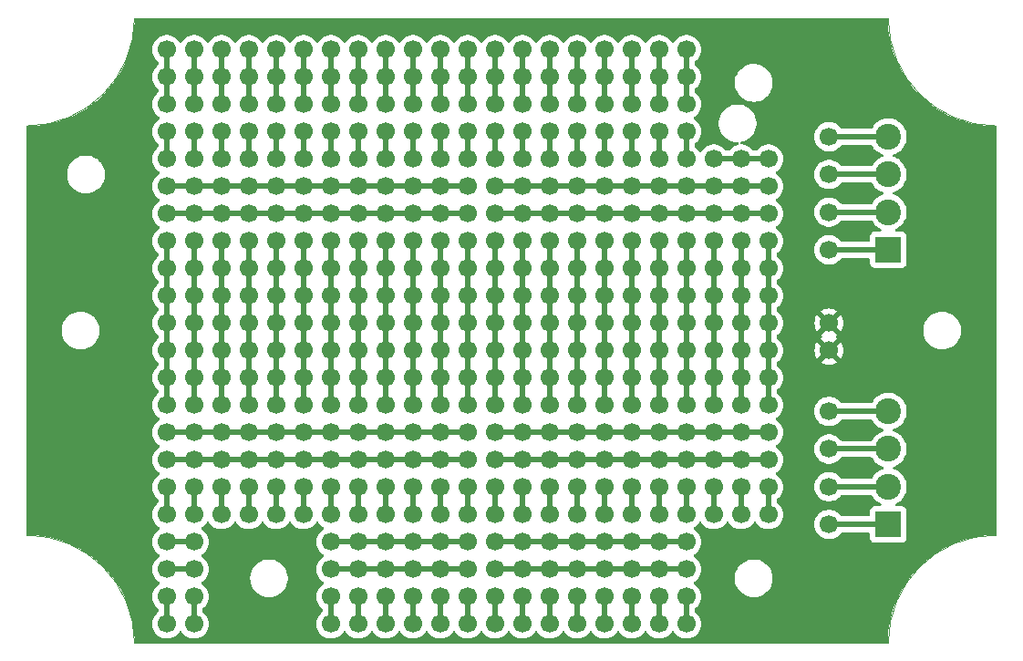
<source format=gbr>
G04 #@! TF.GenerationSoftware,KiCad,Pcbnew,7.0.11+dfsg-1build4*
G04 #@! TF.CreationDate,2025-11-10T09:45:06-05:00*
G04 #@! TF.ProjectId,MCU_PROTO_100x68mm,4d43555f-5052-44f5-944f-5f3130307836,rev?*
G04 #@! TF.SameCoordinates,Original*
G04 #@! TF.FileFunction,Copper,L1,Top*
G04 #@! TF.FilePolarity,Positive*
%FSLAX46Y46*%
G04 Gerber Fmt 4.6, Leading zero omitted, Abs format (unit mm)*
G04 Created by KiCad (PCBNEW 7.0.11+dfsg-1build4) date 2025-11-10 09:45:06*
%MOMM*%
%LPD*%
G01*
G04 APERTURE LIST*
G04 #@! TA.AperFunction,ComponentPad*
%ADD10C,1.700000*%
G04 #@! TD*
G04 #@! TA.AperFunction,ComponentPad*
%ADD11R,2.400000X2.400000*%
G04 #@! TD*
G04 #@! TA.AperFunction,ComponentPad*
%ADD12C,2.400000*%
G04 #@! TD*
G04 #@! TA.AperFunction,Conductor*
%ADD13C,0.500000*%
G04 #@! TD*
G04 #@! TA.AperFunction,Profile*
%ADD14C,0.050000*%
G04 #@! TD*
G04 APERTURE END LIST*
D10*
X130780000Y-153710000D03*
X161260000Y-141010000D03*
X143480000Y-148630000D03*
X133320000Y-113070000D03*
X128240000Y-105450000D03*
X135860000Y-156250000D03*
X158720000Y-130850000D03*
X166340000Y-128310000D03*
X153640000Y-107990000D03*
X118080000Y-110530000D03*
X133320000Y-115610000D03*
X140940000Y-148630000D03*
X133320000Y-102910000D03*
X140940000Y-138470000D03*
X123160000Y-110530000D03*
X140940000Y-110530000D03*
X125700000Y-143550000D03*
X135860000Y-125770000D03*
X113000000Y-113070000D03*
X151100000Y-133390000D03*
X161260000Y-120690000D03*
X128240000Y-125770000D03*
X161260000Y-128310000D03*
X135860000Y-151170000D03*
X148560000Y-125770000D03*
X146020000Y-118150000D03*
X123160000Y-143550000D03*
X138400000Y-133390000D03*
X143480000Y-151170000D03*
X138400000Y-135930000D03*
X123160000Y-138470000D03*
X151100000Y-128310000D03*
X161260000Y-133390000D03*
X174500000Y-147000000D03*
X125700000Y-107990000D03*
X151100000Y-141010000D03*
X146020000Y-123230000D03*
X158720000Y-123230000D03*
X118080000Y-113070000D03*
X138400000Y-123230000D03*
X125700000Y-133390000D03*
X113000000Y-156250000D03*
X174500000Y-136500000D03*
X128240000Y-128310000D03*
X151100000Y-156250000D03*
X156180000Y-123230000D03*
X120620000Y-107990000D03*
X135860000Y-113070000D03*
X151100000Y-110530000D03*
X128240000Y-148630000D03*
X118080000Y-128310000D03*
X148560000Y-102910000D03*
X168880000Y-118150000D03*
X166340000Y-113070000D03*
X166340000Y-146090000D03*
X113000000Y-118150000D03*
X158720000Y-118150000D03*
X125700000Y-113070000D03*
X118080000Y-107990000D03*
X130780000Y-130850000D03*
X156180000Y-102910000D03*
X125700000Y-105450000D03*
X156180000Y-141010000D03*
X156180000Y-135930000D03*
X143480000Y-105450000D03*
X174500000Y-121500000D03*
X120620000Y-138470000D03*
X166340000Y-118150000D03*
X156180000Y-151170000D03*
X143480000Y-141010000D03*
X146020000Y-141010000D03*
X115540000Y-153710000D03*
X166340000Y-141010000D03*
X153640000Y-113070000D03*
X133320000Y-128310000D03*
X168880000Y-125770000D03*
X123160000Y-135930000D03*
X133320000Y-151170000D03*
X151100000Y-138470000D03*
X115540000Y-102910000D03*
X140940000Y-153710000D03*
X168880000Y-120690000D03*
X158720000Y-148630000D03*
X130780000Y-143550000D03*
X133320000Y-107990000D03*
X161260000Y-146090000D03*
X161260000Y-156250000D03*
X140940000Y-128310000D03*
X113000000Y-125770000D03*
X161260000Y-105450000D03*
X113000000Y-141010000D03*
X156180000Y-148630000D03*
X138400000Y-138470000D03*
X123160000Y-128310000D03*
X148560000Y-118150000D03*
X153640000Y-141010000D03*
X133320000Y-105450000D03*
X156180000Y-143550000D03*
X158720000Y-141010000D03*
X153640000Y-135930000D03*
X163800000Y-123230000D03*
X125700000Y-128310000D03*
X148560000Y-141010000D03*
X153640000Y-115610000D03*
X143480000Y-107990000D03*
X161260000Y-130850000D03*
X115540000Y-135930000D03*
X153640000Y-130850000D03*
X120620000Y-128310000D03*
X130780000Y-151170000D03*
X130780000Y-146090000D03*
X146020000Y-138470000D03*
X143480000Y-128310000D03*
X146020000Y-128310000D03*
X140940000Y-130850000D03*
X115540000Y-138470000D03*
X113000000Y-115610000D03*
X163800000Y-120690000D03*
X133320000Y-120690000D03*
X113000000Y-133390000D03*
X125700000Y-120690000D03*
X151100000Y-153710000D03*
X125700000Y-138470000D03*
X130780000Y-123230000D03*
X128240000Y-123230000D03*
X174500000Y-111000000D03*
X133320000Y-138470000D03*
X161260000Y-135930000D03*
X123160000Y-146090000D03*
X138400000Y-102910000D03*
X146020000Y-156250000D03*
X123160000Y-115610000D03*
X151100000Y-105450000D03*
X123160000Y-125770000D03*
X166340000Y-123230000D03*
X153640000Y-120690000D03*
X153640000Y-153710000D03*
X128240000Y-107990000D03*
X128240000Y-151170000D03*
X135860000Y-143550000D03*
X146020000Y-151170000D03*
X113000000Y-120690000D03*
X166340000Y-125770000D03*
X123160000Y-118150000D03*
X140940000Y-113070000D03*
X153640000Y-138470000D03*
X140940000Y-125770000D03*
X168880000Y-115610000D03*
X148560000Y-156250000D03*
X140940000Y-143550000D03*
X130780000Y-118150000D03*
X113000000Y-123230000D03*
X128240000Y-133390000D03*
X156180000Y-128310000D03*
X130780000Y-138470000D03*
X135860000Y-146090000D03*
X148560000Y-133390000D03*
X140940000Y-105450000D03*
X125700000Y-110530000D03*
X133320000Y-143550000D03*
X168880000Y-138470000D03*
X166340000Y-115610000D03*
X143480000Y-146090000D03*
X128240000Y-102910000D03*
X158720000Y-105450000D03*
X123160000Y-133390000D03*
X133320000Y-153710000D03*
X135860000Y-148630000D03*
X174500000Y-143500000D03*
X161260000Y-138470000D03*
X148560000Y-130850000D03*
X151100000Y-102910000D03*
X118080000Y-130850000D03*
X158720000Y-102910000D03*
X135860000Y-102910000D03*
X115540000Y-115610000D03*
X158720000Y-133390000D03*
X148560000Y-143550000D03*
X163800000Y-141010000D03*
X146020000Y-110530000D03*
X153640000Y-123230000D03*
X151100000Y-151170000D03*
X120620000Y-118150000D03*
X130780000Y-133390000D03*
X118080000Y-133390000D03*
X115540000Y-128310000D03*
X113000000Y-151170000D03*
X118080000Y-135930000D03*
X158720000Y-110530000D03*
X151100000Y-130850000D03*
X128240000Y-110530000D03*
X128240000Y-135930000D03*
X123160000Y-123230000D03*
X130780000Y-156250000D03*
X151100000Y-125770000D03*
X174500000Y-118000000D03*
X153640000Y-151170000D03*
X140940000Y-115610000D03*
X118080000Y-125770000D03*
X161260000Y-125770000D03*
X163800000Y-138470000D03*
X143480000Y-156250000D03*
X158720000Y-113070000D03*
X133320000Y-110530000D03*
X158720000Y-115610000D03*
X113000000Y-110530000D03*
X146020000Y-130850000D03*
X133320000Y-133390000D03*
X156180000Y-113070000D03*
X118080000Y-115610000D03*
X130780000Y-120690000D03*
D11*
X180000000Y-147000000D03*
D12*
X180000000Y-143500000D03*
X180000000Y-140000000D03*
X180000000Y-136500000D03*
D10*
X135860000Y-130850000D03*
X166340000Y-130850000D03*
X140940000Y-146090000D03*
X143480000Y-153710000D03*
X130780000Y-141010000D03*
X158720000Y-107990000D03*
X118080000Y-120690000D03*
X118080000Y-105450000D03*
X146020000Y-102910000D03*
X153640000Y-148630000D03*
X135860000Y-118150000D03*
X156180000Y-120690000D03*
X151100000Y-115610000D03*
X148560000Y-105450000D03*
X163800000Y-125770000D03*
X115540000Y-156250000D03*
X118080000Y-146090000D03*
X140940000Y-156250000D03*
X161260000Y-110530000D03*
X128240000Y-120690000D03*
X146020000Y-107990000D03*
X113000000Y-105450000D03*
X140940000Y-118150000D03*
X163800000Y-146090000D03*
X161260000Y-151170000D03*
X143480000Y-130850000D03*
X123160000Y-141010000D03*
X146020000Y-120690000D03*
X133320000Y-146090000D03*
X120620000Y-123230000D03*
X156180000Y-118150000D03*
X166340000Y-135930000D03*
X138400000Y-125770000D03*
X115540000Y-107990000D03*
X115540000Y-113070000D03*
X153640000Y-125770000D03*
X148560000Y-107990000D03*
X163800000Y-135930000D03*
X156180000Y-156250000D03*
X146020000Y-143550000D03*
X120620000Y-125770000D03*
X143480000Y-143550000D03*
X115540000Y-110530000D03*
X168880000Y-135930000D03*
X166340000Y-120690000D03*
X128240000Y-143550000D03*
X140940000Y-123230000D03*
X161260000Y-102910000D03*
X163800000Y-128310000D03*
X174500000Y-140000000D03*
X113000000Y-153710000D03*
X133320000Y-118150000D03*
X115540000Y-130850000D03*
X174500000Y-128310000D03*
X130780000Y-102910000D03*
X130780000Y-107990000D03*
X125700000Y-141010000D03*
X146020000Y-146090000D03*
X153640000Y-105450000D03*
X133320000Y-141010000D03*
X125700000Y-125770000D03*
X138400000Y-141010000D03*
X143480000Y-120690000D03*
X163800000Y-130850000D03*
X143480000Y-125770000D03*
X143480000Y-133390000D03*
X115540000Y-125770000D03*
X151100000Y-107990000D03*
X138400000Y-113070000D03*
X151100000Y-118150000D03*
X123160000Y-120690000D03*
X135860000Y-128310000D03*
X161260000Y-143550000D03*
X161260000Y-113070000D03*
X138400000Y-148630000D03*
X166340000Y-133390000D03*
X158720000Y-151170000D03*
X115540000Y-148630000D03*
X163800000Y-113070000D03*
X120620000Y-146090000D03*
X143480000Y-102910000D03*
X153640000Y-128310000D03*
X143480000Y-135930000D03*
X128240000Y-130850000D03*
X118080000Y-102910000D03*
X125700000Y-130850000D03*
X133320000Y-123230000D03*
X120620000Y-115610000D03*
X138400000Y-118150000D03*
X115540000Y-146090000D03*
X118080000Y-138470000D03*
X118080000Y-143550000D03*
X168880000Y-141010000D03*
X128240000Y-141010000D03*
X168880000Y-130850000D03*
X118080000Y-141010000D03*
X125700000Y-115610000D03*
X115540000Y-118150000D03*
X168880000Y-123230000D03*
X163800000Y-118150000D03*
X166340000Y-143550000D03*
X128240000Y-156250000D03*
X158720000Y-120690000D03*
X153640000Y-143550000D03*
X138400000Y-153710000D03*
X128240000Y-153710000D03*
X156180000Y-115610000D03*
X163800000Y-143550000D03*
X138400000Y-143550000D03*
X138400000Y-146090000D03*
X161260000Y-148630000D03*
X166340000Y-138470000D03*
X125700000Y-102910000D03*
X161260000Y-115610000D03*
X148560000Y-123230000D03*
X130780000Y-135930000D03*
X148560000Y-135930000D03*
X146020000Y-115610000D03*
X115540000Y-133390000D03*
X115540000Y-143550000D03*
X168880000Y-128310000D03*
X168880000Y-146090000D03*
X133320000Y-135930000D03*
X148560000Y-128310000D03*
X156180000Y-107990000D03*
X158720000Y-153710000D03*
X153640000Y-146090000D03*
X123160000Y-105450000D03*
X143480000Y-138470000D03*
X156180000Y-146090000D03*
X133320000Y-148630000D03*
X156180000Y-153710000D03*
X143480000Y-113070000D03*
X151100000Y-143550000D03*
X146020000Y-153710000D03*
X140940000Y-141010000D03*
X120620000Y-130850000D03*
X138400000Y-128310000D03*
X135860000Y-135930000D03*
X140940000Y-102910000D03*
X130780000Y-110530000D03*
X130780000Y-115610000D03*
X153640000Y-133390000D03*
X151100000Y-123230000D03*
X161260000Y-153710000D03*
X148560000Y-148630000D03*
X130780000Y-148630000D03*
X148560000Y-120690000D03*
X130780000Y-105450000D03*
X151100000Y-146090000D03*
X146020000Y-148630000D03*
X174500000Y-114500000D03*
X135860000Y-153710000D03*
X115540000Y-123230000D03*
X135860000Y-110530000D03*
X158720000Y-128310000D03*
X120620000Y-135930000D03*
X120620000Y-143550000D03*
X113000000Y-128310000D03*
X151100000Y-148630000D03*
X140940000Y-120690000D03*
X138400000Y-156250000D03*
X168880000Y-143550000D03*
X138400000Y-120690000D03*
X130780000Y-128310000D03*
X113000000Y-102910000D03*
X115540000Y-141010000D03*
X113000000Y-135930000D03*
X158720000Y-138470000D03*
X135860000Y-138470000D03*
X135860000Y-120690000D03*
X138400000Y-107990000D03*
X128240000Y-115610000D03*
X138400000Y-115610000D03*
X135860000Y-133390000D03*
X153640000Y-156250000D03*
X128240000Y-146090000D03*
X156180000Y-130850000D03*
X161260000Y-118150000D03*
X158720000Y-156250000D03*
X161260000Y-107990000D03*
X163800000Y-115610000D03*
X174500000Y-130850000D03*
X123160000Y-130850000D03*
X113000000Y-138470000D03*
X148560000Y-151170000D03*
X151100000Y-120690000D03*
X158720000Y-146090000D03*
X135860000Y-105450000D03*
X130780000Y-125770000D03*
X125700000Y-123230000D03*
X135860000Y-123230000D03*
X120620000Y-110530000D03*
X158720000Y-125770000D03*
X135860000Y-141010000D03*
X158720000Y-143550000D03*
X146020000Y-135930000D03*
X161260000Y-123230000D03*
X151100000Y-135930000D03*
X135860000Y-107990000D03*
X168880000Y-113070000D03*
X148560000Y-115610000D03*
X128240000Y-118150000D03*
X133320000Y-156250000D03*
X113000000Y-146090000D03*
X156180000Y-105450000D03*
X151100000Y-113070000D03*
X113000000Y-130850000D03*
X115540000Y-151170000D03*
X120620000Y-141010000D03*
X138400000Y-151170000D03*
X140940000Y-133390000D03*
X125700000Y-118150000D03*
X156180000Y-138470000D03*
X146020000Y-113070000D03*
X133320000Y-130850000D03*
X148560000Y-113070000D03*
X138400000Y-110530000D03*
X113000000Y-148630000D03*
X153640000Y-118150000D03*
X138400000Y-130850000D03*
X120620000Y-102910000D03*
X146020000Y-125770000D03*
X115540000Y-120690000D03*
X143480000Y-115610000D03*
X123160000Y-102910000D03*
X143480000Y-123230000D03*
X156180000Y-133390000D03*
X156180000Y-110530000D03*
X118080000Y-123230000D03*
X140940000Y-107990000D03*
X113000000Y-107990000D03*
X133320000Y-125770000D03*
X120620000Y-113070000D03*
X146020000Y-105450000D03*
X120620000Y-120690000D03*
X156180000Y-125770000D03*
X143480000Y-118150000D03*
X115540000Y-105450000D03*
X148560000Y-146090000D03*
X168880000Y-133390000D03*
X123160000Y-113070000D03*
X120620000Y-133390000D03*
X148560000Y-138470000D03*
X125700000Y-135930000D03*
X140940000Y-151170000D03*
X125700000Y-146090000D03*
X158720000Y-135930000D03*
X128240000Y-138470000D03*
X148560000Y-110530000D03*
X153640000Y-102910000D03*
X163800000Y-133390000D03*
X140940000Y-135930000D03*
X128240000Y-113070000D03*
X113000000Y-143550000D03*
D11*
X180000000Y-121500000D03*
D12*
X180000000Y-118000000D03*
X180000000Y-114500000D03*
X180000000Y-111000000D03*
D10*
X120620000Y-105450000D03*
X148560000Y-153710000D03*
X146020000Y-133390000D03*
X123160000Y-107990000D03*
X135860000Y-115610000D03*
X153640000Y-110530000D03*
X138400000Y-105450000D03*
X130780000Y-113070000D03*
X118080000Y-118150000D03*
X143480000Y-110530000D03*
D13*
X125700000Y-105450000D02*
X125700000Y-107990000D01*
X151100000Y-123230000D02*
X151100000Y-125770000D01*
X148560000Y-125770000D02*
X148560000Y-128310000D01*
X166340000Y-113070000D02*
X168880000Y-113070000D01*
X135860000Y-105450000D02*
X135860000Y-107990000D01*
X125700000Y-141010000D02*
X128240000Y-141010000D01*
X115540000Y-133390000D02*
X115540000Y-135930000D01*
X166340000Y-123230000D02*
X166340000Y-125770000D01*
X156180000Y-128310000D02*
X156180000Y-130850000D01*
X133320000Y-110530000D02*
X133320000Y-113070000D01*
X146020000Y-141010000D02*
X148560000Y-141010000D01*
X118080000Y-115610000D02*
X120620000Y-115610000D01*
X135860000Y-102910000D02*
X135860000Y-105450000D01*
X138400000Y-115610000D02*
X140940000Y-115610000D01*
X151100000Y-120690000D02*
X151100000Y-123230000D01*
X113000000Y-105450000D02*
X113000000Y-107990000D01*
X151100000Y-105450000D02*
X151100000Y-107990000D01*
X130780000Y-141010000D02*
X133320000Y-141010000D01*
X156180000Y-115610000D02*
X158720000Y-115610000D01*
X133320000Y-123230000D02*
X133320000Y-125770000D01*
X138400000Y-110530000D02*
X138400000Y-113070000D01*
X120620000Y-128310000D02*
X120620000Y-130850000D01*
X118080000Y-133390000D02*
X118080000Y-135930000D01*
X148560000Y-133390000D02*
X148560000Y-135930000D01*
X120620000Y-143550000D02*
X120620000Y-146090000D01*
X118080000Y-118150000D02*
X120620000Y-118150000D01*
X161260000Y-120690000D02*
X161260000Y-123230000D01*
X138400000Y-125770000D02*
X138400000Y-128310000D01*
X123160000Y-125770000D02*
X123160000Y-128310000D01*
X113000000Y-123230000D02*
X113000000Y-125770000D01*
X143480000Y-143550000D02*
X143480000Y-146090000D01*
X138400000Y-120690000D02*
X138400000Y-123230000D01*
X115540000Y-120690000D02*
X115540000Y-123230000D01*
X135860000Y-130850000D02*
X135860000Y-133390000D01*
X156180000Y-118150000D02*
X158720000Y-118150000D01*
X140940000Y-153710000D02*
X140940000Y-156250000D01*
X146020000Y-143550000D02*
X146020000Y-146090000D01*
X140940000Y-128310000D02*
X140940000Y-130850000D01*
X135860000Y-141010000D02*
X138400000Y-141010000D01*
X151100000Y-128310000D02*
X151100000Y-130850000D01*
X133320000Y-102910000D02*
X133320000Y-105450000D01*
X153640000Y-105450000D02*
X153640000Y-107990000D01*
X123160000Y-123230000D02*
X123160000Y-125770000D01*
X123160000Y-118150000D02*
X125700000Y-118150000D01*
X153640000Y-115610000D02*
X156180000Y-115610000D01*
X115540000Y-102910000D02*
X115540000Y-105450000D01*
X156180000Y-123230000D02*
X156180000Y-125770000D01*
X140940000Y-110530000D02*
X140940000Y-113070000D01*
X115540000Y-141010000D02*
X118080000Y-141010000D01*
X163800000Y-128310000D02*
X163800000Y-130850000D01*
X120620000Y-138470000D02*
X123160000Y-138470000D01*
X133320000Y-143550000D02*
X133320000Y-146090000D01*
X143480000Y-128310000D02*
X143480000Y-130850000D01*
X130780000Y-153710000D02*
X130780000Y-156250000D01*
X123160000Y-133390000D02*
X123160000Y-135930000D01*
X143480000Y-102910000D02*
X143480000Y-105450000D01*
X130780000Y-120690000D02*
X130780000Y-123230000D01*
X138400000Y-130850000D02*
X138400000Y-133390000D01*
X158720000Y-151170000D02*
X161260000Y-151170000D01*
X158720000Y-125770000D02*
X158720000Y-128310000D01*
X133320000Y-141010000D02*
X135860000Y-141010000D01*
X135860000Y-148630000D02*
X138400000Y-148630000D01*
X123160000Y-102910000D02*
X123160000Y-105450000D01*
X166340000Y-138470000D02*
X168880000Y-138470000D01*
X146020000Y-105450000D02*
X146020000Y-107990000D01*
X168880000Y-130850000D02*
X168880000Y-133390000D01*
X128240000Y-143550000D02*
X128240000Y-146090000D01*
X148560000Y-120690000D02*
X148560000Y-123230000D01*
X130780000Y-102910000D02*
X130780000Y-105450000D01*
X135860000Y-123230000D02*
X135860000Y-125770000D01*
X125700000Y-115610000D02*
X128240000Y-115610000D01*
X135860000Y-133390000D02*
X135860000Y-135930000D01*
X125700000Y-110530000D02*
X125700000Y-113070000D01*
X148560000Y-151170000D02*
X151100000Y-151170000D01*
X118080000Y-130850000D02*
X118080000Y-133390000D01*
X133320000Y-133390000D02*
X133320000Y-135930000D01*
X140940000Y-125770000D02*
X140940000Y-128310000D01*
X138400000Y-153710000D02*
X138400000Y-156250000D01*
X120620000Y-115610000D02*
X123160000Y-115610000D01*
X148560000Y-115610000D02*
X151100000Y-115610000D01*
X133320000Y-153710000D02*
X133320000Y-156250000D01*
X163800000Y-120690000D02*
X163800000Y-123230000D01*
X146020000Y-138470000D02*
X148560000Y-138470000D01*
X138400000Y-143550000D02*
X138400000Y-146090000D01*
X113000000Y-153710000D02*
X113000000Y-156250000D01*
X130780000Y-125770000D02*
X130780000Y-128310000D01*
X156180000Y-133390000D02*
X156180000Y-135930000D01*
X135860000Y-120690000D02*
X135860000Y-123230000D01*
X158720000Y-128310000D02*
X158720000Y-130850000D01*
X168880000Y-128310000D02*
X168880000Y-130850000D01*
X156180000Y-141010000D02*
X158720000Y-141010000D01*
X146020000Y-151170000D02*
X148560000Y-151170000D01*
X156180000Y-143550000D02*
X156180000Y-146090000D01*
X158720000Y-141010000D02*
X161260000Y-141010000D01*
X153640000Y-128310000D02*
X153640000Y-130850000D01*
X128240000Y-102910000D02*
X128240000Y-105450000D01*
X115540000Y-115610000D02*
X118080000Y-115610000D01*
X163800000Y-118150000D02*
X166340000Y-118150000D01*
X140940000Y-120690000D02*
X140940000Y-123230000D01*
X166340000Y-125770000D02*
X166340000Y-128310000D01*
X130780000Y-138470000D02*
X133320000Y-138470000D01*
X125700000Y-133390000D02*
X125700000Y-135930000D01*
X153640000Y-148630000D02*
X156180000Y-148630000D01*
X161260000Y-125770000D02*
X161260000Y-128310000D01*
X115540000Y-143550000D02*
X115540000Y-146090000D01*
X130780000Y-130850000D02*
X130780000Y-133390000D01*
X135860000Y-125770000D02*
X135860000Y-128310000D01*
X130780000Y-110530000D02*
X130780000Y-113070000D01*
X156180000Y-105450000D02*
X156180000Y-107990000D01*
X125700000Y-138470000D02*
X128240000Y-138470000D01*
X153640000Y-143550000D02*
X153640000Y-146090000D01*
X163800000Y-143550000D02*
X163800000Y-146090000D01*
X153640000Y-151170000D02*
X156180000Y-151170000D01*
X138400000Y-105450000D02*
X138400000Y-107990000D01*
X113000000Y-133390000D02*
X113000000Y-135930000D01*
X146020000Y-120690000D02*
X146020000Y-123230000D01*
X118080000Y-141010000D02*
X120620000Y-141010000D01*
X161260000Y-133390000D02*
X161260000Y-135930000D01*
X138400000Y-151170000D02*
X140940000Y-151170000D01*
X128240000Y-133390000D02*
X128240000Y-135930000D01*
X140940000Y-105450000D02*
X140940000Y-107990000D01*
X146020000Y-153710000D02*
X146020000Y-156250000D01*
X148560000Y-105450000D02*
X148560000Y-107990000D01*
X158720000Y-110530000D02*
X158720000Y-113070000D01*
X146020000Y-133390000D02*
X146020000Y-135930000D01*
X151100000Y-151170000D02*
X153640000Y-151170000D01*
X143480000Y-110530000D02*
X143480000Y-113070000D01*
X153640000Y-118150000D02*
X156180000Y-118150000D01*
X148560000Y-110530000D02*
X148560000Y-113070000D01*
X156180000Y-153710000D02*
X156180000Y-156250000D01*
X166340000Y-143550000D02*
X166340000Y-146090000D01*
X161260000Y-130850000D02*
X161260000Y-133390000D01*
X133320000Y-138470000D02*
X135860000Y-138470000D01*
X133320000Y-125770000D02*
X133320000Y-128310000D01*
X120620000Y-141010000D02*
X123160000Y-141010000D01*
X156180000Y-138470000D02*
X158720000Y-138470000D01*
X120620000Y-120690000D02*
X120620000Y-123230000D01*
X128240000Y-125770000D02*
X128240000Y-128310000D01*
X128240000Y-153710000D02*
X128240000Y-156250000D01*
X123160000Y-143550000D02*
X123160000Y-146090000D01*
X168880000Y-133390000D02*
X168880000Y-135930000D01*
X148560000Y-148630000D02*
X151100000Y-148630000D01*
X143480000Y-133390000D02*
X143480000Y-135930000D01*
X158720000Y-130850000D02*
X158720000Y-133390000D01*
X146020000Y-115610000D02*
X148560000Y-115610000D01*
X151100000Y-141010000D02*
X153640000Y-141010000D01*
X146020000Y-128310000D02*
X146020000Y-130850000D01*
X138400000Y-118150000D02*
X140940000Y-118150000D01*
X151100000Y-143550000D02*
X151100000Y-146090000D01*
X166340000Y-128310000D02*
X166340000Y-130850000D01*
X156180000Y-110530000D02*
X156180000Y-113070000D01*
X113000000Y-130850000D02*
X113000000Y-133390000D01*
X133320000Y-118150000D02*
X135860000Y-118150000D01*
X128240000Y-120690000D02*
X128240000Y-123230000D01*
X158720000Y-105450000D02*
X158720000Y-107990000D01*
X161260000Y-128310000D02*
X161260000Y-130850000D01*
X140940000Y-123230000D02*
X140940000Y-125770000D01*
X158720000Y-133390000D02*
X158720000Y-135930000D01*
X128240000Y-138470000D02*
X130780000Y-138470000D01*
X130780000Y-115610000D02*
X133320000Y-115610000D01*
X151100000Y-130850000D02*
X151100000Y-133390000D01*
X115540000Y-123230000D02*
X115540000Y-125770000D01*
X148560000Y-102910000D02*
X148560000Y-105450000D01*
X138400000Y-133390000D02*
X138400000Y-135930000D01*
X158720000Y-118150000D02*
X161260000Y-118150000D01*
X125700000Y-143550000D02*
X125700000Y-146090000D01*
X118080000Y-120690000D02*
X118080000Y-123230000D01*
X140940000Y-102910000D02*
X140940000Y-105450000D01*
X135860000Y-128310000D02*
X135860000Y-130850000D01*
X166340000Y-130850000D02*
X166340000Y-133390000D01*
X115540000Y-125770000D02*
X115540000Y-128310000D01*
X135860000Y-153710000D02*
X135860000Y-156250000D01*
X113000000Y-143550000D02*
X113000000Y-146090000D01*
X148560000Y-138470000D02*
X151100000Y-138470000D01*
X113000000Y-141010000D02*
X115540000Y-141010000D01*
X153640000Y-110530000D02*
X153640000Y-113070000D01*
X158720000Y-143550000D02*
X158720000Y-146090000D01*
X123160000Y-105450000D02*
X123160000Y-107990000D01*
X113000000Y-115610000D02*
X115540000Y-115610000D01*
X161260000Y-105450000D02*
X161260000Y-107990000D01*
X125700000Y-118150000D02*
X128240000Y-118150000D01*
X143480000Y-115610000D02*
X146020000Y-115610000D01*
X128240000Y-105450000D02*
X128240000Y-107990000D01*
X161260000Y-143550000D02*
X161260000Y-146090000D01*
X168880000Y-125770000D02*
X168880000Y-128310000D01*
X163800000Y-133390000D02*
X163800000Y-135930000D01*
X140940000Y-130850000D02*
X140940000Y-133390000D01*
X148560000Y-141010000D02*
X151100000Y-141010000D01*
X156180000Y-148630000D02*
X158720000Y-148630000D01*
X166340000Y-115610000D02*
X168880000Y-115610000D01*
X143480000Y-105450000D02*
X143480000Y-107990000D01*
X133320000Y-148630000D02*
X135860000Y-148630000D01*
X120620000Y-110530000D02*
X120620000Y-113070000D01*
X158720000Y-115610000D02*
X161260000Y-115610000D01*
X120620000Y-102910000D02*
X120620000Y-105450000D01*
X158720000Y-148630000D02*
X161260000Y-148630000D01*
X135860000Y-118150000D02*
X138400000Y-118150000D01*
X138400000Y-123230000D02*
X138400000Y-125770000D01*
X153640000Y-120690000D02*
X153640000Y-123230000D01*
X123160000Y-130850000D02*
X123160000Y-133390000D01*
X148560000Y-128310000D02*
X148560000Y-130850000D01*
X163800000Y-130850000D02*
X163800000Y-133390000D01*
X143480000Y-138470000D02*
X146020000Y-138470000D01*
X158720000Y-120690000D02*
X158720000Y-123230000D01*
X151100000Y-133390000D02*
X151100000Y-135930000D01*
X138400000Y-148630000D02*
X140940000Y-148630000D01*
X113000000Y-110530000D02*
X113000000Y-113070000D01*
X151100000Y-148630000D02*
X153640000Y-148630000D01*
X163800000Y-138470000D02*
X166340000Y-138470000D01*
X135860000Y-110530000D02*
X135860000Y-113070000D01*
X166340000Y-120690000D02*
X166340000Y-123230000D01*
X128240000Y-151170000D02*
X130780000Y-151170000D01*
X166340000Y-118150000D02*
X168880000Y-118150000D01*
X153640000Y-130850000D02*
X153640000Y-133390000D01*
X158720000Y-102910000D02*
X158720000Y-105450000D01*
X125700000Y-120690000D02*
X125700000Y-123230000D01*
X133320000Y-128310000D02*
X133320000Y-130850000D01*
X123160000Y-120690000D02*
X123160000Y-123230000D01*
X120620000Y-123230000D02*
X120620000Y-125770000D01*
X118080000Y-102910000D02*
X118080000Y-105450000D01*
X151100000Y-153710000D02*
X151100000Y-156250000D01*
X113000000Y-148630000D02*
X115540000Y-148630000D01*
X118080000Y-123230000D02*
X118080000Y-125770000D01*
X168880000Y-120690000D02*
X168880000Y-123230000D01*
X123160000Y-128310000D02*
X123160000Y-130850000D01*
X120620000Y-118150000D02*
X123160000Y-118150000D01*
X148560000Y-153710000D02*
X148560000Y-156250000D01*
X123160000Y-110530000D02*
X123160000Y-113070000D01*
X113000000Y-118150000D02*
X115540000Y-118150000D01*
X118080000Y-128310000D02*
X118080000Y-130850000D01*
X156180000Y-130850000D02*
X156180000Y-133390000D01*
X130780000Y-128310000D02*
X130780000Y-130850000D01*
X168880000Y-123230000D02*
X168880000Y-125770000D01*
X133320000Y-120690000D02*
X133320000Y-123230000D01*
X163800000Y-115610000D02*
X166340000Y-115610000D01*
X113000000Y-151170000D02*
X115540000Y-151170000D01*
X130780000Y-118150000D02*
X133320000Y-118150000D01*
X158720000Y-153710000D02*
X158720000Y-156250000D01*
X143480000Y-151170000D02*
X146020000Y-151170000D01*
X143480000Y-125770000D02*
X143480000Y-128310000D01*
X133320000Y-115610000D02*
X135860000Y-115610000D01*
X128240000Y-128310000D02*
X128240000Y-130850000D01*
X158720000Y-123230000D02*
X158720000Y-125770000D01*
X151100000Y-118150000D02*
X153640000Y-118150000D01*
X166340000Y-141010000D02*
X168880000Y-141010000D01*
X166340000Y-133390000D02*
X166340000Y-135930000D01*
X128240000Y-141010000D02*
X130780000Y-141010000D01*
X135860000Y-151170000D02*
X138400000Y-151170000D01*
X120620000Y-125770000D02*
X120620000Y-128310000D01*
X138400000Y-138470000D02*
X140940000Y-138470000D01*
X138400000Y-102910000D02*
X138400000Y-105450000D01*
X130780000Y-133390000D02*
X130780000Y-135930000D01*
X128240000Y-148630000D02*
X130780000Y-148630000D01*
X120620000Y-130850000D02*
X120620000Y-133390000D01*
X158720000Y-138470000D02*
X161260000Y-138470000D01*
X118080000Y-125770000D02*
X118080000Y-128310000D01*
X143480000Y-141010000D02*
X146020000Y-141010000D01*
X118080000Y-138470000D02*
X120620000Y-138470000D01*
X143480000Y-148630000D02*
X146020000Y-148630000D01*
X146020000Y-123230000D02*
X146020000Y-125770000D01*
X161260000Y-123230000D02*
X161260000Y-125770000D01*
X153640000Y-153710000D02*
X153640000Y-156250000D01*
X115540000Y-128310000D02*
X115540000Y-130850000D01*
X153640000Y-138470000D02*
X156180000Y-138470000D01*
X115540000Y-130850000D02*
X115540000Y-133390000D01*
X130780000Y-105450000D02*
X130780000Y-107990000D01*
X125700000Y-128310000D02*
X125700000Y-130850000D01*
X128240000Y-130850000D02*
X128240000Y-133390000D01*
X120620000Y-105450000D02*
X120620000Y-107990000D01*
X130780000Y-143550000D02*
X130780000Y-146090000D01*
X156180000Y-120690000D02*
X156180000Y-123230000D01*
X115540000Y-118150000D02*
X118080000Y-118150000D01*
X113000000Y-120690000D02*
X113000000Y-123230000D01*
X125700000Y-102910000D02*
X125700000Y-105450000D01*
X146020000Y-130850000D02*
X146020000Y-133390000D01*
X135860000Y-143550000D02*
X135860000Y-146090000D01*
X113000000Y-102910000D02*
X113000000Y-105450000D01*
X113000000Y-125770000D02*
X113000000Y-128310000D01*
X125700000Y-125770000D02*
X125700000Y-128310000D01*
X128240000Y-110530000D02*
X128240000Y-113070000D01*
X130780000Y-148630000D02*
X133320000Y-148630000D01*
X115540000Y-138470000D02*
X118080000Y-138470000D01*
X143480000Y-123230000D02*
X143480000Y-125770000D01*
X128240000Y-123230000D02*
X128240000Y-125770000D01*
X153640000Y-133390000D02*
X153640000Y-135930000D01*
X146020000Y-125770000D02*
X146020000Y-128310000D01*
X163800000Y-141010000D02*
X166340000Y-141010000D01*
X115540000Y-110530000D02*
X115540000Y-113070000D01*
X151100000Y-102910000D02*
X151100000Y-105450000D01*
X163800000Y-125770000D02*
X163800000Y-128310000D01*
X168880000Y-143550000D02*
X168880000Y-146090000D01*
X113000000Y-138470000D02*
X115540000Y-138470000D01*
X133320000Y-151170000D02*
X135860000Y-151170000D01*
X153640000Y-123230000D02*
X153640000Y-125770000D01*
X161260000Y-138470000D02*
X163800000Y-138470000D01*
X161260000Y-102910000D02*
X161260000Y-105450000D01*
X140940000Y-143550000D02*
X140940000Y-146090000D01*
X123160000Y-141010000D02*
X125700000Y-141010000D01*
X161260000Y-118150000D02*
X163800000Y-118150000D01*
X143480000Y-130850000D02*
X143480000Y-133390000D01*
X143480000Y-120690000D02*
X143480000Y-123230000D01*
X148560000Y-143550000D02*
X148560000Y-146090000D01*
X153640000Y-141010000D02*
X156180000Y-141010000D01*
X146020000Y-118150000D02*
X148560000Y-118150000D01*
X125700000Y-123230000D02*
X125700000Y-125770000D01*
X163800000Y-113070000D02*
X166340000Y-113070000D01*
X161260000Y-110530000D02*
X161260000Y-113070000D01*
X123160000Y-115610000D02*
X125700000Y-115610000D01*
X143480000Y-153710000D02*
X143480000Y-156250000D01*
X163800000Y-123230000D02*
X163800000Y-125770000D01*
X130780000Y-123230000D02*
X130780000Y-125770000D01*
X140940000Y-133390000D02*
X140940000Y-135930000D01*
X146020000Y-110530000D02*
X146020000Y-113070000D01*
X133320000Y-130850000D02*
X133320000Y-133390000D01*
X118080000Y-105450000D02*
X118080000Y-107990000D01*
X153640000Y-102910000D02*
X153640000Y-105450000D01*
X118080000Y-143550000D02*
X118080000Y-146090000D01*
X113000000Y-128310000D02*
X113000000Y-130850000D01*
X123160000Y-138470000D02*
X125700000Y-138470000D01*
X156180000Y-102910000D02*
X156180000Y-105450000D01*
X115540000Y-105450000D02*
X115540000Y-107990000D01*
X128240000Y-118150000D02*
X130780000Y-118150000D01*
X133320000Y-105450000D02*
X133320000Y-107990000D01*
X146020000Y-148630000D02*
X148560000Y-148630000D01*
X118080000Y-110530000D02*
X118080000Y-113070000D01*
X153640000Y-125770000D02*
X153640000Y-128310000D01*
X151100000Y-110530000D02*
X151100000Y-113070000D01*
X130780000Y-151170000D02*
X133320000Y-151170000D01*
X151100000Y-138470000D02*
X153640000Y-138470000D01*
X143480000Y-118150000D02*
X146020000Y-118150000D01*
X151100000Y-115610000D02*
X153640000Y-115610000D01*
X138400000Y-128310000D02*
X138400000Y-130850000D01*
X156180000Y-125770000D02*
X156180000Y-128310000D01*
X135860000Y-115610000D02*
X138400000Y-115610000D01*
X120620000Y-133390000D02*
X120620000Y-135930000D01*
X151100000Y-125770000D02*
X151100000Y-128310000D01*
X138400000Y-141010000D02*
X140940000Y-141010000D01*
X148560000Y-118150000D02*
X151100000Y-118150000D01*
X115540000Y-153710000D02*
X115540000Y-156250000D01*
X146020000Y-102910000D02*
X146020000Y-105450000D01*
X148560000Y-130850000D02*
X148560000Y-133390000D01*
X161260000Y-141010000D02*
X163800000Y-141010000D01*
X135860000Y-138470000D02*
X138400000Y-138470000D01*
X161260000Y-115610000D02*
X163800000Y-115610000D01*
X128240000Y-115610000D02*
X130780000Y-115610000D01*
X156180000Y-151170000D02*
X158720000Y-151170000D01*
X161260000Y-153710000D02*
X161260000Y-156250000D01*
X148560000Y-123230000D02*
X148560000Y-125770000D01*
X125700000Y-130850000D02*
X125700000Y-133390000D01*
X174500000Y-111000000D02*
X179402200Y-111000000D01*
X179402200Y-111000000D02*
X179654200Y-111252000D01*
X179295400Y-114500000D02*
X179463700Y-114668300D01*
X174500000Y-114500000D02*
X179295400Y-114500000D01*
X174500000Y-118000000D02*
X180001400Y-118000000D01*
X180001400Y-118000000D02*
X180136800Y-118135400D01*
X179337600Y-121500000D02*
X179616100Y-121221500D01*
X174500000Y-121500000D02*
X179337600Y-121500000D01*
X179540300Y-136500000D02*
X179946300Y-136906000D01*
X174500000Y-136500000D02*
X179540300Y-136500000D01*
X179392300Y-140000000D02*
X179616100Y-139776200D01*
X174500000Y-140000000D02*
X179392300Y-140000000D01*
X179511800Y-143500000D02*
X179946300Y-143065500D01*
X174500000Y-143500000D02*
X179511800Y-143500000D01*
X174500000Y-147000000D02*
X179918400Y-147000000D01*
X179918400Y-147000000D02*
X179946300Y-147027900D01*
G04 #@! TA.AperFunction,Conductor*
G36*
X179917539Y-100045185D02*
G01*
X179963294Y-100097989D01*
X179974500Y-100149500D01*
X179974500Y-100302947D01*
X180011081Y-100907711D01*
X180084111Y-101509162D01*
X180084112Y-101509170D01*
X180193325Y-102105123D01*
X180193326Y-102105128D01*
X180338320Y-102693394D01*
X180338325Y-102693410D01*
X180518568Y-103271831D01*
X180733413Y-103838333D01*
X180966442Y-104356103D01*
X180982078Y-104390843D01*
X181252201Y-104905521D01*
X181263648Y-104927330D01*
X181577080Y-105445810D01*
X181577096Y-105445835D01*
X181921262Y-105944445D01*
X182294913Y-106421376D01*
X182294914Y-106421377D01*
X182696681Y-106874878D01*
X182696715Y-106874914D01*
X183125085Y-107303284D01*
X183125121Y-107303318D01*
X183578622Y-107705085D01*
X183578623Y-107705086D01*
X184055554Y-108078737D01*
X184252054Y-108214371D01*
X184554180Y-108422914D01*
X185072679Y-108736357D01*
X185609157Y-109017922D01*
X186161656Y-109266582D01*
X186161663Y-109266584D01*
X186161666Y-109266586D01*
X186166402Y-109268382D01*
X186728161Y-109481429D01*
X187306605Y-109661679D01*
X187894877Y-109806675D01*
X188490830Y-109915888D01*
X189017106Y-109979789D01*
X189092288Y-109988918D01*
X189163170Y-109993205D01*
X189697061Y-110025500D01*
X189850500Y-110025500D01*
X189917539Y-110045185D01*
X189963294Y-110097989D01*
X189974500Y-110149500D01*
X189974500Y-147850500D01*
X189954815Y-147917539D01*
X189902011Y-147963294D01*
X189850500Y-147974500D01*
X189697052Y-147974500D01*
X189092288Y-148011081D01*
X188490837Y-148084111D01*
X188490834Y-148084111D01*
X188490830Y-148084112D01*
X188179362Y-148141191D01*
X187894871Y-148193326D01*
X187306605Y-148338320D01*
X187306589Y-148338325D01*
X186728168Y-148518568D01*
X186161666Y-148733413D01*
X185609162Y-148982075D01*
X185072669Y-149263648D01*
X184554189Y-149577080D01*
X184554164Y-149577096D01*
X184055554Y-149921262D01*
X183578623Y-150294913D01*
X183578622Y-150294914D01*
X183125121Y-150696681D01*
X183125085Y-150696715D01*
X182696715Y-151125085D01*
X182696681Y-151125121D01*
X182294914Y-151578622D01*
X182294913Y-151578623D01*
X181921262Y-152055554D01*
X181577096Y-152554164D01*
X181577080Y-152554189D01*
X181263648Y-153072669D01*
X180982075Y-153609162D01*
X180733413Y-154161666D01*
X180518568Y-154728168D01*
X180338325Y-155306589D01*
X180338320Y-155306605D01*
X180193326Y-155894871D01*
X180193325Y-155894877D01*
X180087129Y-156474371D01*
X180084111Y-156490837D01*
X180011081Y-157092288D01*
X179974500Y-157697052D01*
X179974500Y-157850500D01*
X179954815Y-157917539D01*
X179902011Y-157963294D01*
X179850500Y-157974500D01*
X110149500Y-157974500D01*
X110082461Y-157954815D01*
X110036706Y-157902011D01*
X110025500Y-157850500D01*
X110025500Y-157697073D01*
X110025500Y-157697061D01*
X109988918Y-157092289D01*
X109915888Y-156490830D01*
X109871755Y-156250005D01*
X111636844Y-156250005D01*
X111655434Y-156474359D01*
X111655436Y-156474371D01*
X111710703Y-156692614D01*
X111801140Y-156898792D01*
X111924276Y-157087265D01*
X111924284Y-157087276D01*
X112076756Y-157252902D01*
X112076760Y-157252906D01*
X112254424Y-157391189D01*
X112254425Y-157391189D01*
X112254427Y-157391191D01*
X112381135Y-157459761D01*
X112452426Y-157498342D01*
X112665365Y-157571444D01*
X112887431Y-157608500D01*
X113112569Y-157608500D01*
X113334635Y-157571444D01*
X113547574Y-157498342D01*
X113745576Y-157391189D01*
X113923240Y-157252906D01*
X114075722Y-157087268D01*
X114166193Y-156948790D01*
X114219338Y-156903437D01*
X114288569Y-156894013D01*
X114351905Y-156923515D01*
X114373804Y-156948787D01*
X114464278Y-157087268D01*
X114464283Y-157087273D01*
X114464284Y-157087276D01*
X114616756Y-157252902D01*
X114616760Y-157252906D01*
X114794424Y-157391189D01*
X114794425Y-157391189D01*
X114794427Y-157391191D01*
X114921135Y-157459761D01*
X114992426Y-157498342D01*
X115205365Y-157571444D01*
X115427431Y-157608500D01*
X115652569Y-157608500D01*
X115874635Y-157571444D01*
X116087574Y-157498342D01*
X116285576Y-157391189D01*
X116463240Y-157252906D01*
X116615722Y-157087268D01*
X116738860Y-156898791D01*
X116829296Y-156692616D01*
X116884564Y-156474368D01*
X116903156Y-156250000D01*
X116899182Y-156202046D01*
X116884565Y-156025640D01*
X116884563Y-156025628D01*
X116829296Y-155807385D01*
X116738859Y-155601207D01*
X116615723Y-155412734D01*
X116615715Y-155412723D01*
X116463243Y-155247097D01*
X116463238Y-155247092D01*
X116346337Y-155156103D01*
X116305524Y-155099392D01*
X116298500Y-155058250D01*
X116298500Y-154901748D01*
X116318185Y-154834709D01*
X116346338Y-154803895D01*
X116443640Y-154728161D01*
X116463240Y-154712906D01*
X116615722Y-154547268D01*
X116738860Y-154358791D01*
X116829296Y-154152616D01*
X116884564Y-153934368D01*
X116903156Y-153710000D01*
X116900456Y-153677420D01*
X116884565Y-153485640D01*
X116884563Y-153485628D01*
X116829296Y-153267385D01*
X116738859Y-153061207D01*
X116615723Y-152872734D01*
X116615715Y-152872723D01*
X116463243Y-152707097D01*
X116463238Y-152707092D01*
X116285577Y-152568812D01*
X116285578Y-152568812D01*
X116285576Y-152568811D01*
X116249070Y-152549055D01*
X116199479Y-152499836D01*
X116184371Y-152431619D01*
X116208541Y-152366064D01*
X116249070Y-152330945D01*
X116249084Y-152330936D01*
X116285576Y-152311189D01*
X116463240Y-152172906D01*
X116501645Y-152131187D01*
X120749500Y-152131187D01*
X120755789Y-152172907D01*
X120788604Y-152390615D01*
X120788605Y-152390617D01*
X120788606Y-152390623D01*
X120865938Y-152641326D01*
X120979767Y-152877696D01*
X120979768Y-152877697D01*
X120979770Y-152877700D01*
X120979772Y-152877704D01*
X121104884Y-153061209D01*
X121127567Y-153094479D01*
X121306014Y-153286801D01*
X121306018Y-153286804D01*
X121306019Y-153286805D01*
X121511143Y-153450386D01*
X121738357Y-153581568D01*
X121982584Y-153677420D01*
X122238370Y-153735802D01*
X122238376Y-153735802D01*
X122238379Y-153735803D01*
X122434484Y-153750499D01*
X122434503Y-153750499D01*
X122434506Y-153750500D01*
X122434508Y-153750500D01*
X122565492Y-153750500D01*
X122565494Y-153750500D01*
X122565496Y-153750499D01*
X122565515Y-153750499D01*
X122761620Y-153735803D01*
X122761622Y-153735802D01*
X122761630Y-153735802D01*
X123017416Y-153677420D01*
X123261643Y-153581568D01*
X123488857Y-153450386D01*
X123693981Y-153286805D01*
X123872433Y-153094479D01*
X124020228Y-152877704D01*
X124022622Y-152872734D01*
X124102390Y-152707092D01*
X124134063Y-152641323D01*
X124211396Y-152390615D01*
X124250500Y-152131182D01*
X124250500Y-151868818D01*
X124211396Y-151609385D01*
X124134063Y-151358677D01*
X124122121Y-151333880D01*
X124020232Y-151122303D01*
X124020231Y-151122302D01*
X124020230Y-151122301D01*
X124020228Y-151122296D01*
X123872433Y-150905521D01*
X123862441Y-150894753D01*
X123693985Y-150713198D01*
X123654533Y-150681736D01*
X123488857Y-150549614D01*
X123261643Y-150418432D01*
X123017416Y-150322580D01*
X123017411Y-150322578D01*
X123017402Y-150322576D01*
X122799818Y-150272914D01*
X122761630Y-150264198D01*
X122761629Y-150264197D01*
X122761625Y-150264197D01*
X122761620Y-150264196D01*
X122565515Y-150249500D01*
X122565494Y-150249500D01*
X122434506Y-150249500D01*
X122434484Y-150249500D01*
X122238379Y-150264196D01*
X122238374Y-150264197D01*
X121982597Y-150322576D01*
X121982578Y-150322582D01*
X121738356Y-150418432D01*
X121511143Y-150549614D01*
X121306014Y-150713198D01*
X121127567Y-150905520D01*
X120979768Y-151122302D01*
X120979767Y-151122303D01*
X120865938Y-151358673D01*
X120788606Y-151609376D01*
X120788605Y-151609381D01*
X120788604Y-151609385D01*
X120773853Y-151707247D01*
X120749500Y-151868812D01*
X120749500Y-152131187D01*
X116501645Y-152131187D01*
X116615722Y-152007268D01*
X116738860Y-151818791D01*
X116829296Y-151612616D01*
X116884564Y-151394368D01*
X116885284Y-151385683D01*
X116903156Y-151170005D01*
X116903156Y-151169994D01*
X116884565Y-150945640D01*
X116884563Y-150945628D01*
X116829296Y-150727385D01*
X116815828Y-150696681D01*
X116738860Y-150521209D01*
X116722706Y-150496484D01*
X116677291Y-150426970D01*
X116615722Y-150332732D01*
X116615719Y-150332729D01*
X116615715Y-150332723D01*
X116463243Y-150167097D01*
X116463238Y-150167092D01*
X116285577Y-150028812D01*
X116285578Y-150028812D01*
X116285576Y-150028811D01*
X116249070Y-150009055D01*
X116199479Y-149959836D01*
X116184371Y-149891619D01*
X116208541Y-149826064D01*
X116249070Y-149790945D01*
X116249084Y-149790936D01*
X116285576Y-149771189D01*
X116463240Y-149632906D01*
X116615722Y-149467268D01*
X116738860Y-149278791D01*
X116829296Y-149072616D01*
X116884564Y-148854368D01*
X116884565Y-148854359D01*
X116903156Y-148630005D01*
X116903156Y-148629994D01*
X116884565Y-148405640D01*
X116884563Y-148405628D01*
X116881876Y-148395018D01*
X116829296Y-148187384D01*
X116738860Y-147981209D01*
X116722706Y-147956484D01*
X116644817Y-147837265D01*
X116615722Y-147792732D01*
X116615719Y-147792729D01*
X116615715Y-147792723D01*
X116463243Y-147627097D01*
X116463238Y-147627092D01*
X116285577Y-147488812D01*
X116285578Y-147488812D01*
X116285576Y-147488811D01*
X116249070Y-147469055D01*
X116199479Y-147419836D01*
X116184371Y-147351619D01*
X116208541Y-147286064D01*
X116249070Y-147250945D01*
X116249084Y-147250936D01*
X116285576Y-147231189D01*
X116463240Y-147092906D01*
X116615722Y-146927268D01*
X116706193Y-146788790D01*
X116759338Y-146743437D01*
X116828569Y-146734013D01*
X116891905Y-146763515D01*
X116913804Y-146788787D01*
X117004278Y-146927268D01*
X117004283Y-146927273D01*
X117004284Y-146927276D01*
X117156756Y-147092902D01*
X117156760Y-147092906D01*
X117334424Y-147231189D01*
X117334425Y-147231189D01*
X117334427Y-147231191D01*
X117435824Y-147286064D01*
X117532426Y-147338342D01*
X117745365Y-147411444D01*
X117967431Y-147448500D01*
X118192569Y-147448500D01*
X118414635Y-147411444D01*
X118627574Y-147338342D01*
X118825576Y-147231189D01*
X119003240Y-147092906D01*
X119155722Y-146927268D01*
X119246193Y-146788790D01*
X119299338Y-146743437D01*
X119368569Y-146734013D01*
X119431905Y-146763515D01*
X119453804Y-146788787D01*
X119544278Y-146927268D01*
X119544283Y-146927273D01*
X119544284Y-146927276D01*
X119696756Y-147092902D01*
X119696760Y-147092906D01*
X119874424Y-147231189D01*
X119874425Y-147231189D01*
X119874427Y-147231191D01*
X119975824Y-147286064D01*
X120072426Y-147338342D01*
X120285365Y-147411444D01*
X120507431Y-147448500D01*
X120732569Y-147448500D01*
X120954635Y-147411444D01*
X121167574Y-147338342D01*
X121365576Y-147231189D01*
X121543240Y-147092906D01*
X121695722Y-146927268D01*
X121786193Y-146788790D01*
X121839338Y-146743437D01*
X121908569Y-146734013D01*
X121971905Y-146763515D01*
X121993804Y-146788787D01*
X122084278Y-146927268D01*
X122084283Y-146927273D01*
X122084284Y-146927276D01*
X122236756Y-147092902D01*
X122236760Y-147092906D01*
X122414424Y-147231189D01*
X122414425Y-147231189D01*
X122414427Y-147231191D01*
X122515824Y-147286064D01*
X122612426Y-147338342D01*
X122825365Y-147411444D01*
X123047431Y-147448500D01*
X123272569Y-147448500D01*
X123494635Y-147411444D01*
X123707574Y-147338342D01*
X123905576Y-147231189D01*
X124083240Y-147092906D01*
X124235722Y-146927268D01*
X124326193Y-146788790D01*
X124379338Y-146743437D01*
X124448569Y-146734013D01*
X124511905Y-146763515D01*
X124533804Y-146788787D01*
X124624278Y-146927268D01*
X124624283Y-146927273D01*
X124624284Y-146927276D01*
X124776756Y-147092902D01*
X124776760Y-147092906D01*
X124954424Y-147231189D01*
X124954425Y-147231189D01*
X124954427Y-147231191D01*
X125055824Y-147286064D01*
X125152426Y-147338342D01*
X125365365Y-147411444D01*
X125587431Y-147448500D01*
X125812569Y-147448500D01*
X126034635Y-147411444D01*
X126247574Y-147338342D01*
X126445576Y-147231189D01*
X126623240Y-147092906D01*
X126775722Y-146927268D01*
X126866193Y-146788790D01*
X126919338Y-146743437D01*
X126988569Y-146734013D01*
X127051905Y-146763515D01*
X127073804Y-146788787D01*
X127164278Y-146927268D01*
X127164283Y-146927273D01*
X127164284Y-146927276D01*
X127316756Y-147092902D01*
X127316760Y-147092906D01*
X127494424Y-147231189D01*
X127494429Y-147231191D01*
X127494431Y-147231193D01*
X127530930Y-147250946D01*
X127580520Y-147300165D01*
X127595628Y-147368382D01*
X127571457Y-147433937D01*
X127530930Y-147469054D01*
X127494431Y-147488806D01*
X127494422Y-147488812D01*
X127316761Y-147627092D01*
X127316756Y-147627097D01*
X127164284Y-147792723D01*
X127164276Y-147792734D01*
X127041140Y-147981207D01*
X126950703Y-148187385D01*
X126895436Y-148405628D01*
X126895434Y-148405640D01*
X126876844Y-148629994D01*
X126876844Y-148630005D01*
X126895434Y-148854359D01*
X126895436Y-148854371D01*
X126950703Y-149072614D01*
X127041140Y-149278792D01*
X127164276Y-149467265D01*
X127164284Y-149467276D01*
X127316756Y-149632902D01*
X127316760Y-149632906D01*
X127494424Y-149771189D01*
X127494429Y-149771191D01*
X127494431Y-149771193D01*
X127530930Y-149790946D01*
X127580520Y-149840165D01*
X127595628Y-149908382D01*
X127571457Y-149973937D01*
X127530930Y-150009054D01*
X127494431Y-150028806D01*
X127494422Y-150028812D01*
X127316761Y-150167092D01*
X127316756Y-150167097D01*
X127164284Y-150332723D01*
X127164276Y-150332734D01*
X127041140Y-150521207D01*
X126950703Y-150727385D01*
X126895436Y-150945628D01*
X126895434Y-150945640D01*
X126876844Y-151169994D01*
X126876844Y-151170005D01*
X126895434Y-151394359D01*
X126895436Y-151394371D01*
X126950703Y-151612614D01*
X127041140Y-151818792D01*
X127164276Y-152007265D01*
X127164284Y-152007276D01*
X127316756Y-152172902D01*
X127316760Y-152172906D01*
X127494424Y-152311189D01*
X127494429Y-152311191D01*
X127494431Y-152311193D01*
X127530930Y-152330946D01*
X127580520Y-152380165D01*
X127595628Y-152448382D01*
X127571457Y-152513937D01*
X127530930Y-152549054D01*
X127494431Y-152568806D01*
X127494422Y-152568812D01*
X127316761Y-152707092D01*
X127316756Y-152707097D01*
X127164284Y-152872723D01*
X127164276Y-152872734D01*
X127041140Y-153061207D01*
X126950703Y-153267385D01*
X126895436Y-153485628D01*
X126895434Y-153485640D01*
X126876844Y-153709994D01*
X126876844Y-153710005D01*
X126895434Y-153934359D01*
X126895436Y-153934371D01*
X126950703Y-154152614D01*
X127041140Y-154358792D01*
X127164276Y-154547265D01*
X127164284Y-154547276D01*
X127316756Y-154712902D01*
X127316766Y-154712911D01*
X127433662Y-154803895D01*
X127474475Y-154860605D01*
X127481500Y-154901748D01*
X127481500Y-155058250D01*
X127461815Y-155125289D01*
X127433663Y-155156103D01*
X127316761Y-155247092D01*
X127316756Y-155247097D01*
X127164284Y-155412723D01*
X127164276Y-155412734D01*
X127041140Y-155601207D01*
X126950703Y-155807385D01*
X126895436Y-156025628D01*
X126895434Y-156025640D01*
X126876844Y-156249994D01*
X126876844Y-156250005D01*
X126895434Y-156474359D01*
X126895436Y-156474371D01*
X126950703Y-156692614D01*
X127041140Y-156898792D01*
X127164276Y-157087265D01*
X127164284Y-157087276D01*
X127316756Y-157252902D01*
X127316760Y-157252906D01*
X127494424Y-157391189D01*
X127494425Y-157391189D01*
X127494427Y-157391191D01*
X127621135Y-157459761D01*
X127692426Y-157498342D01*
X127905365Y-157571444D01*
X128127431Y-157608500D01*
X128352569Y-157608500D01*
X128574635Y-157571444D01*
X128787574Y-157498342D01*
X128985576Y-157391189D01*
X129163240Y-157252906D01*
X129315722Y-157087268D01*
X129406193Y-156948790D01*
X129459338Y-156903437D01*
X129528569Y-156894013D01*
X129591905Y-156923515D01*
X129613804Y-156948787D01*
X129704278Y-157087268D01*
X129704283Y-157087273D01*
X129704284Y-157087276D01*
X129856756Y-157252902D01*
X129856760Y-157252906D01*
X130034424Y-157391189D01*
X130034425Y-157391189D01*
X130034427Y-157391191D01*
X130161135Y-157459761D01*
X130232426Y-157498342D01*
X130445365Y-157571444D01*
X130667431Y-157608500D01*
X130892569Y-157608500D01*
X131114635Y-157571444D01*
X131327574Y-157498342D01*
X131525576Y-157391189D01*
X131703240Y-157252906D01*
X131855722Y-157087268D01*
X131946193Y-156948790D01*
X131999338Y-156903437D01*
X132068569Y-156894013D01*
X132131905Y-156923515D01*
X132153804Y-156948787D01*
X132244278Y-157087268D01*
X132244283Y-157087273D01*
X132244284Y-157087276D01*
X132396756Y-157252902D01*
X132396760Y-157252906D01*
X132574424Y-157391189D01*
X132574425Y-157391189D01*
X132574427Y-157391191D01*
X132701135Y-157459761D01*
X132772426Y-157498342D01*
X132985365Y-157571444D01*
X133207431Y-157608500D01*
X133432569Y-157608500D01*
X133654635Y-157571444D01*
X133867574Y-157498342D01*
X134065576Y-157391189D01*
X134243240Y-157252906D01*
X134395722Y-157087268D01*
X134486193Y-156948790D01*
X134539338Y-156903437D01*
X134608569Y-156894013D01*
X134671905Y-156923515D01*
X134693804Y-156948787D01*
X134784278Y-157087268D01*
X134784283Y-157087273D01*
X134784284Y-157087276D01*
X134936756Y-157252902D01*
X134936760Y-157252906D01*
X135114424Y-157391189D01*
X135114425Y-157391189D01*
X135114427Y-157391191D01*
X135241135Y-157459761D01*
X135312426Y-157498342D01*
X135525365Y-157571444D01*
X135747431Y-157608500D01*
X135972569Y-157608500D01*
X136194635Y-157571444D01*
X136407574Y-157498342D01*
X136605576Y-157391189D01*
X136783240Y-157252906D01*
X136935722Y-157087268D01*
X137026193Y-156948790D01*
X137079338Y-156903437D01*
X137148569Y-156894013D01*
X137211905Y-156923515D01*
X137233804Y-156948787D01*
X137324278Y-157087268D01*
X137324283Y-157087273D01*
X137324284Y-157087276D01*
X137476756Y-157252902D01*
X137476760Y-157252906D01*
X137654424Y-157391189D01*
X137654425Y-157391189D01*
X137654427Y-157391191D01*
X137781135Y-157459761D01*
X137852426Y-157498342D01*
X138065365Y-157571444D01*
X138287431Y-157608500D01*
X138512569Y-157608500D01*
X138734635Y-157571444D01*
X138947574Y-157498342D01*
X139145576Y-157391189D01*
X139323240Y-157252906D01*
X139475722Y-157087268D01*
X139566193Y-156948790D01*
X139619338Y-156903437D01*
X139688569Y-156894013D01*
X139751905Y-156923515D01*
X139773804Y-156948787D01*
X139864278Y-157087268D01*
X139864283Y-157087273D01*
X139864284Y-157087276D01*
X140016756Y-157252902D01*
X140016760Y-157252906D01*
X140194424Y-157391189D01*
X140194425Y-157391189D01*
X140194427Y-157391191D01*
X140321135Y-157459761D01*
X140392426Y-157498342D01*
X140605365Y-157571444D01*
X140827431Y-157608500D01*
X141052569Y-157608500D01*
X141274635Y-157571444D01*
X141487574Y-157498342D01*
X141685576Y-157391189D01*
X141863240Y-157252906D01*
X142015722Y-157087268D01*
X142106193Y-156948790D01*
X142159338Y-156903437D01*
X142228569Y-156894013D01*
X142291905Y-156923515D01*
X142313804Y-156948787D01*
X142404278Y-157087268D01*
X142404283Y-157087273D01*
X142404284Y-157087276D01*
X142556756Y-157252902D01*
X142556760Y-157252906D01*
X142734424Y-157391189D01*
X142734425Y-157391189D01*
X142734427Y-157391191D01*
X142861135Y-157459761D01*
X142932426Y-157498342D01*
X143145365Y-157571444D01*
X143367431Y-157608500D01*
X143592569Y-157608500D01*
X143814635Y-157571444D01*
X144027574Y-157498342D01*
X144225576Y-157391189D01*
X144403240Y-157252906D01*
X144555722Y-157087268D01*
X144646193Y-156948790D01*
X144699338Y-156903437D01*
X144768569Y-156894013D01*
X144831905Y-156923515D01*
X144853804Y-156948787D01*
X144944278Y-157087268D01*
X144944283Y-157087273D01*
X144944284Y-157087276D01*
X145096756Y-157252902D01*
X145096760Y-157252906D01*
X145274424Y-157391189D01*
X145274425Y-157391189D01*
X145274427Y-157391191D01*
X145401135Y-157459761D01*
X145472426Y-157498342D01*
X145685365Y-157571444D01*
X145907431Y-157608500D01*
X146132569Y-157608500D01*
X146354635Y-157571444D01*
X146567574Y-157498342D01*
X146765576Y-157391189D01*
X146943240Y-157252906D01*
X147095722Y-157087268D01*
X147186193Y-156948790D01*
X147239338Y-156903437D01*
X147308569Y-156894013D01*
X147371905Y-156923515D01*
X147393804Y-156948787D01*
X147484278Y-157087268D01*
X147484283Y-157087273D01*
X147484284Y-157087276D01*
X147636756Y-157252902D01*
X147636760Y-157252906D01*
X147814424Y-157391189D01*
X147814425Y-157391189D01*
X147814427Y-157391191D01*
X147941135Y-157459761D01*
X148012426Y-157498342D01*
X148225365Y-157571444D01*
X148447431Y-157608500D01*
X148672569Y-157608500D01*
X148894635Y-157571444D01*
X149107574Y-157498342D01*
X149305576Y-157391189D01*
X149483240Y-157252906D01*
X149635722Y-157087268D01*
X149726193Y-156948790D01*
X149779338Y-156903437D01*
X149848569Y-156894013D01*
X149911905Y-156923515D01*
X149933804Y-156948787D01*
X150024278Y-157087268D01*
X150024283Y-157087273D01*
X150024284Y-157087276D01*
X150176756Y-157252902D01*
X150176760Y-157252906D01*
X150354424Y-157391189D01*
X150354425Y-157391189D01*
X150354427Y-157391191D01*
X150481135Y-157459761D01*
X150552426Y-157498342D01*
X150765365Y-157571444D01*
X150987431Y-157608500D01*
X151212569Y-157608500D01*
X151434635Y-157571444D01*
X151647574Y-157498342D01*
X151845576Y-157391189D01*
X152023240Y-157252906D01*
X152175722Y-157087268D01*
X152266193Y-156948790D01*
X152319338Y-156903437D01*
X152388569Y-156894013D01*
X152451905Y-156923515D01*
X152473804Y-156948787D01*
X152564278Y-157087268D01*
X152564283Y-157087273D01*
X152564284Y-157087276D01*
X152716756Y-157252902D01*
X152716760Y-157252906D01*
X152894424Y-157391189D01*
X152894425Y-157391189D01*
X152894427Y-157391191D01*
X153021135Y-157459761D01*
X153092426Y-157498342D01*
X153305365Y-157571444D01*
X153527431Y-157608500D01*
X153752569Y-157608500D01*
X153974635Y-157571444D01*
X154187574Y-157498342D01*
X154385576Y-157391189D01*
X154563240Y-157252906D01*
X154715722Y-157087268D01*
X154806193Y-156948790D01*
X154859338Y-156903437D01*
X154928569Y-156894013D01*
X154991905Y-156923515D01*
X155013804Y-156948787D01*
X155104278Y-157087268D01*
X155104283Y-157087273D01*
X155104284Y-157087276D01*
X155256756Y-157252902D01*
X155256760Y-157252906D01*
X155434424Y-157391189D01*
X155434425Y-157391189D01*
X155434427Y-157391191D01*
X155561135Y-157459761D01*
X155632426Y-157498342D01*
X155845365Y-157571444D01*
X156067431Y-157608500D01*
X156292569Y-157608500D01*
X156514635Y-157571444D01*
X156727574Y-157498342D01*
X156925576Y-157391189D01*
X157103240Y-157252906D01*
X157255722Y-157087268D01*
X157346193Y-156948790D01*
X157399338Y-156903437D01*
X157468569Y-156894013D01*
X157531905Y-156923515D01*
X157553804Y-156948787D01*
X157644278Y-157087268D01*
X157644283Y-157087273D01*
X157644284Y-157087276D01*
X157796756Y-157252902D01*
X157796760Y-157252906D01*
X157974424Y-157391189D01*
X157974425Y-157391189D01*
X157974427Y-157391191D01*
X158101135Y-157459761D01*
X158172426Y-157498342D01*
X158385365Y-157571444D01*
X158607431Y-157608500D01*
X158832569Y-157608500D01*
X159054635Y-157571444D01*
X159267574Y-157498342D01*
X159465576Y-157391189D01*
X159643240Y-157252906D01*
X159795722Y-157087268D01*
X159886193Y-156948790D01*
X159939338Y-156903437D01*
X160008569Y-156894013D01*
X160071905Y-156923515D01*
X160093804Y-156948787D01*
X160184278Y-157087268D01*
X160184283Y-157087273D01*
X160184284Y-157087276D01*
X160336756Y-157252902D01*
X160336760Y-157252906D01*
X160514424Y-157391189D01*
X160514425Y-157391189D01*
X160514427Y-157391191D01*
X160641135Y-157459761D01*
X160712426Y-157498342D01*
X160925365Y-157571444D01*
X161147431Y-157608500D01*
X161372569Y-157608500D01*
X161594635Y-157571444D01*
X161807574Y-157498342D01*
X162005576Y-157391189D01*
X162183240Y-157252906D01*
X162335722Y-157087268D01*
X162458860Y-156898791D01*
X162549296Y-156692616D01*
X162604564Y-156474368D01*
X162623156Y-156250000D01*
X162619182Y-156202046D01*
X162604565Y-156025640D01*
X162604563Y-156025628D01*
X162549296Y-155807385D01*
X162458859Y-155601207D01*
X162335723Y-155412734D01*
X162335715Y-155412723D01*
X162183243Y-155247097D01*
X162183238Y-155247092D01*
X162066337Y-155156103D01*
X162025524Y-155099392D01*
X162018500Y-155058250D01*
X162018500Y-154901748D01*
X162038185Y-154834709D01*
X162066338Y-154803895D01*
X162163640Y-154728161D01*
X162183240Y-154712906D01*
X162335722Y-154547268D01*
X162458860Y-154358791D01*
X162549296Y-154152616D01*
X162604564Y-153934368D01*
X162623156Y-153710000D01*
X162620456Y-153677420D01*
X162604565Y-153485640D01*
X162604563Y-153485628D01*
X162549296Y-153267385D01*
X162458859Y-153061207D01*
X162335723Y-152872734D01*
X162335715Y-152872723D01*
X162183243Y-152707097D01*
X162183238Y-152707092D01*
X162005577Y-152568812D01*
X162005578Y-152568812D01*
X162005576Y-152568811D01*
X161969070Y-152549055D01*
X161919479Y-152499836D01*
X161904371Y-152431619D01*
X161928541Y-152366064D01*
X161969070Y-152330945D01*
X161969084Y-152330936D01*
X162005576Y-152311189D01*
X162183240Y-152172906D01*
X162221645Y-152131187D01*
X165749500Y-152131187D01*
X165755789Y-152172907D01*
X165788604Y-152390615D01*
X165788605Y-152390617D01*
X165788606Y-152390623D01*
X165865938Y-152641326D01*
X165979767Y-152877696D01*
X165979768Y-152877697D01*
X165979770Y-152877700D01*
X165979772Y-152877704D01*
X166104884Y-153061209D01*
X166127567Y-153094479D01*
X166306014Y-153286801D01*
X166306018Y-153286804D01*
X166306019Y-153286805D01*
X166511143Y-153450386D01*
X166738357Y-153581568D01*
X166982584Y-153677420D01*
X167238370Y-153735802D01*
X167238376Y-153735802D01*
X167238379Y-153735803D01*
X167434484Y-153750499D01*
X167434503Y-153750499D01*
X167434506Y-153750500D01*
X167434508Y-153750500D01*
X167565492Y-153750500D01*
X167565494Y-153750500D01*
X167565496Y-153750499D01*
X167565515Y-153750499D01*
X167761620Y-153735803D01*
X167761622Y-153735802D01*
X167761630Y-153735802D01*
X168017416Y-153677420D01*
X168261643Y-153581568D01*
X168488857Y-153450386D01*
X168693981Y-153286805D01*
X168872433Y-153094479D01*
X169020228Y-152877704D01*
X169022622Y-152872734D01*
X169102390Y-152707092D01*
X169134063Y-152641323D01*
X169211396Y-152390615D01*
X169250500Y-152131182D01*
X169250500Y-151868818D01*
X169211396Y-151609385D01*
X169134063Y-151358677D01*
X169122121Y-151333880D01*
X169020232Y-151122303D01*
X169020231Y-151122302D01*
X169020230Y-151122301D01*
X169020228Y-151122296D01*
X168872433Y-150905521D01*
X168862441Y-150894753D01*
X168693985Y-150713198D01*
X168654533Y-150681736D01*
X168488857Y-150549614D01*
X168261643Y-150418432D01*
X168017416Y-150322580D01*
X168017411Y-150322578D01*
X168017402Y-150322576D01*
X167799818Y-150272914D01*
X167761630Y-150264198D01*
X167761629Y-150264197D01*
X167761625Y-150264197D01*
X167761620Y-150264196D01*
X167565515Y-150249500D01*
X167565494Y-150249500D01*
X167434506Y-150249500D01*
X167434484Y-150249500D01*
X167238379Y-150264196D01*
X167238374Y-150264197D01*
X166982597Y-150322576D01*
X166982578Y-150322582D01*
X166738356Y-150418432D01*
X166511143Y-150549614D01*
X166306014Y-150713198D01*
X166127567Y-150905520D01*
X165979768Y-151122302D01*
X165979767Y-151122303D01*
X165865938Y-151358673D01*
X165788606Y-151609376D01*
X165788605Y-151609381D01*
X165788604Y-151609385D01*
X165773853Y-151707247D01*
X165749500Y-151868812D01*
X165749500Y-152131187D01*
X162221645Y-152131187D01*
X162335722Y-152007268D01*
X162458860Y-151818791D01*
X162549296Y-151612616D01*
X162604564Y-151394368D01*
X162605284Y-151385683D01*
X162623156Y-151170005D01*
X162623156Y-151169994D01*
X162604565Y-150945640D01*
X162604563Y-150945628D01*
X162549296Y-150727385D01*
X162535828Y-150696681D01*
X162458860Y-150521209D01*
X162442706Y-150496484D01*
X162397291Y-150426970D01*
X162335722Y-150332732D01*
X162335719Y-150332729D01*
X162335715Y-150332723D01*
X162183243Y-150167097D01*
X162183238Y-150167092D01*
X162005577Y-150028812D01*
X162005578Y-150028812D01*
X162005576Y-150028811D01*
X161969070Y-150009055D01*
X161919479Y-149959836D01*
X161904371Y-149891619D01*
X161928541Y-149826064D01*
X161969070Y-149790945D01*
X161969084Y-149790936D01*
X162005576Y-149771189D01*
X162183240Y-149632906D01*
X162335722Y-149467268D01*
X162458860Y-149278791D01*
X162549296Y-149072616D01*
X162604564Y-148854368D01*
X162604565Y-148854359D01*
X162623156Y-148630005D01*
X162623156Y-148629994D01*
X162604565Y-148405640D01*
X162604563Y-148405628D01*
X162601876Y-148395018D01*
X162549296Y-148187384D01*
X162458860Y-147981209D01*
X162442706Y-147956484D01*
X162364817Y-147837265D01*
X162335722Y-147792732D01*
X162335719Y-147792729D01*
X162335715Y-147792723D01*
X162183243Y-147627097D01*
X162183238Y-147627092D01*
X162005577Y-147488812D01*
X162005578Y-147488812D01*
X162005576Y-147488811D01*
X161969070Y-147469055D01*
X161919479Y-147419836D01*
X161904371Y-147351619D01*
X161928541Y-147286064D01*
X161969070Y-147250945D01*
X161969084Y-147250936D01*
X162005576Y-147231189D01*
X162183240Y-147092906D01*
X162335722Y-146927268D01*
X162426193Y-146788790D01*
X162479338Y-146743437D01*
X162548569Y-146734013D01*
X162611905Y-146763515D01*
X162633804Y-146788787D01*
X162724278Y-146927268D01*
X162724283Y-146927273D01*
X162724284Y-146927276D01*
X162876756Y-147092902D01*
X162876760Y-147092906D01*
X163054424Y-147231189D01*
X163054425Y-147231189D01*
X163054427Y-147231191D01*
X163155824Y-147286064D01*
X163252426Y-147338342D01*
X163465365Y-147411444D01*
X163687431Y-147448500D01*
X163912569Y-147448500D01*
X164134635Y-147411444D01*
X164347574Y-147338342D01*
X164545576Y-147231189D01*
X164723240Y-147092906D01*
X164875722Y-146927268D01*
X164966193Y-146788790D01*
X165019338Y-146743437D01*
X165088569Y-146734013D01*
X165151905Y-146763515D01*
X165173804Y-146788787D01*
X165264278Y-146927268D01*
X165264283Y-146927273D01*
X165264284Y-146927276D01*
X165416756Y-147092902D01*
X165416760Y-147092906D01*
X165594424Y-147231189D01*
X165594425Y-147231189D01*
X165594427Y-147231191D01*
X165695824Y-147286064D01*
X165792426Y-147338342D01*
X166005365Y-147411444D01*
X166227431Y-147448500D01*
X166452569Y-147448500D01*
X166674635Y-147411444D01*
X166887574Y-147338342D01*
X167085576Y-147231189D01*
X167263240Y-147092906D01*
X167415722Y-146927268D01*
X167506193Y-146788790D01*
X167559338Y-146743437D01*
X167628569Y-146734013D01*
X167691905Y-146763515D01*
X167713804Y-146788787D01*
X167804278Y-146927268D01*
X167804283Y-146927273D01*
X167804284Y-146927276D01*
X167956756Y-147092902D01*
X167956760Y-147092906D01*
X168134424Y-147231189D01*
X168134425Y-147231189D01*
X168134427Y-147231191D01*
X168235824Y-147286064D01*
X168332426Y-147338342D01*
X168545365Y-147411444D01*
X168767431Y-147448500D01*
X168992569Y-147448500D01*
X169214635Y-147411444D01*
X169427574Y-147338342D01*
X169625576Y-147231189D01*
X169803240Y-147092906D01*
X169888762Y-147000005D01*
X173136844Y-147000005D01*
X173155434Y-147224359D01*
X173155436Y-147224371D01*
X173210703Y-147442614D01*
X173301140Y-147648792D01*
X173424276Y-147837265D01*
X173424284Y-147837276D01*
X173576756Y-148002902D01*
X173576761Y-148002907D01*
X173601811Y-148022404D01*
X173754424Y-148141189D01*
X173754425Y-148141189D01*
X173754427Y-148141191D01*
X173839785Y-148187384D01*
X173952426Y-148248342D01*
X174165365Y-148321444D01*
X174387431Y-148358500D01*
X174612569Y-148358500D01*
X174834635Y-148321444D01*
X175047574Y-148248342D01*
X175245576Y-148141189D01*
X175423240Y-148002906D01*
X175544209Y-147871500D01*
X175575715Y-147837276D01*
X175575715Y-147837274D01*
X175575722Y-147837268D01*
X175590482Y-147814675D01*
X175643628Y-147769321D01*
X175694289Y-147758500D01*
X178167500Y-147758500D01*
X178234539Y-147778185D01*
X178280294Y-147830989D01*
X178291500Y-147882500D01*
X178291500Y-148248654D01*
X178298011Y-148309202D01*
X178298011Y-148309204D01*
X178333978Y-148405632D01*
X178349111Y-148446204D01*
X178436739Y-148563261D01*
X178553796Y-148650889D01*
X178690799Y-148701989D01*
X178718050Y-148704918D01*
X178751345Y-148708499D01*
X178751362Y-148708500D01*
X181248638Y-148708500D01*
X181248654Y-148708499D01*
X181275692Y-148705591D01*
X181309201Y-148701989D01*
X181446204Y-148650889D01*
X181563261Y-148563261D01*
X181650889Y-148446204D01*
X181701989Y-148309201D01*
X181705591Y-148275692D01*
X181708499Y-148248654D01*
X181708500Y-148248637D01*
X181708500Y-145751362D01*
X181708499Y-145751345D01*
X181705157Y-145720270D01*
X181701989Y-145690799D01*
X181650889Y-145553796D01*
X181563261Y-145436739D01*
X181446204Y-145349111D01*
X181309203Y-145298011D01*
X181248654Y-145291500D01*
X181248638Y-145291500D01*
X180760883Y-145291500D01*
X180693844Y-145271815D01*
X180648089Y-145219011D01*
X180638145Y-145149853D01*
X180667170Y-145086297D01*
X180707082Y-145055780D01*
X180856638Y-144983758D01*
X180856638Y-144983757D01*
X180856646Y-144983754D01*
X181068219Y-144839505D01*
X181255931Y-144665334D01*
X181415587Y-144465131D01*
X181543622Y-144243369D01*
X181637174Y-144005001D01*
X181694155Y-143755353D01*
X181709544Y-143550000D01*
X181713291Y-143500004D01*
X181713291Y-143499995D01*
X181694156Y-143244656D01*
X181694155Y-143244651D01*
X181694155Y-143244647D01*
X181637174Y-142994999D01*
X181543622Y-142756631D01*
X181415587Y-142534869D01*
X181255931Y-142334666D01*
X181255930Y-142334665D01*
X181255927Y-142334661D01*
X181087684Y-142178556D01*
X181068219Y-142160495D01*
X181054571Y-142151190D01*
X180856649Y-142016248D01*
X180856638Y-142016241D01*
X180625940Y-141905144D01*
X180625921Y-141905137D01*
X180507116Y-141868491D01*
X180448857Y-141829921D01*
X180420699Y-141765977D01*
X180431581Y-141696960D01*
X180478050Y-141644783D01*
X180507116Y-141631509D01*
X180575268Y-141610486D01*
X180625935Y-141594858D01*
X180810651Y-141505903D01*
X180856638Y-141483758D01*
X180856638Y-141483757D01*
X180856646Y-141483754D01*
X181068219Y-141339505D01*
X181255931Y-141165334D01*
X181415587Y-140965131D01*
X181543622Y-140743369D01*
X181637174Y-140505001D01*
X181694155Y-140255353D01*
X181698654Y-140195323D01*
X181713291Y-140000004D01*
X181713291Y-139999995D01*
X181694156Y-139744656D01*
X181694155Y-139744651D01*
X181694155Y-139744647D01*
X181637174Y-139494999D01*
X181543622Y-139256631D01*
X181415587Y-139034869D01*
X181255931Y-138834666D01*
X181255930Y-138834665D01*
X181255927Y-138834661D01*
X181134989Y-138722448D01*
X181068219Y-138660495D01*
X180856646Y-138516246D01*
X180856645Y-138516245D01*
X180856638Y-138516241D01*
X180625940Y-138405144D01*
X180625921Y-138405137D01*
X180507116Y-138368491D01*
X180448857Y-138329921D01*
X180420699Y-138265977D01*
X180431581Y-138196960D01*
X180478050Y-138144783D01*
X180507116Y-138131509D01*
X180575268Y-138110486D01*
X180625935Y-138094858D01*
X180856646Y-137983754D01*
X181068219Y-137839505D01*
X181255931Y-137665334D01*
X181415587Y-137465131D01*
X181543622Y-137243369D01*
X181637174Y-137005001D01*
X181694155Y-136755353D01*
X181696478Y-136724359D01*
X181713291Y-136500004D01*
X181713291Y-136499995D01*
X181694156Y-136244656D01*
X181694155Y-136244651D01*
X181694155Y-136244647D01*
X181637174Y-135994999D01*
X181543622Y-135756631D01*
X181415587Y-135534869D01*
X181255931Y-135334666D01*
X181255930Y-135334665D01*
X181255927Y-135334661D01*
X181087684Y-135178556D01*
X181068219Y-135160495D01*
X180968816Y-135092723D01*
X180856649Y-135016248D01*
X180856638Y-135016241D01*
X180625940Y-134905144D01*
X180625921Y-134905137D01*
X180381248Y-134829666D01*
X180381238Y-134829663D01*
X180128041Y-134791500D01*
X180128034Y-134791500D01*
X179871966Y-134791500D01*
X179871958Y-134791500D01*
X179618761Y-134829663D01*
X179618755Y-134829665D01*
X179374061Y-134905143D01*
X179143362Y-135016241D01*
X179143361Y-135016242D01*
X178931780Y-135160495D01*
X178744072Y-135334661D01*
X178584413Y-135534869D01*
X178500910Y-135679500D01*
X178450343Y-135727716D01*
X178393523Y-135741500D01*
X175694289Y-135741500D01*
X175627250Y-135721815D01*
X175590482Y-135685324D01*
X175575722Y-135662732D01*
X175575718Y-135662728D01*
X175575715Y-135662723D01*
X175423243Y-135497097D01*
X175423238Y-135497092D01*
X175245577Y-135358812D01*
X175245572Y-135358808D01*
X175047580Y-135251661D01*
X175047577Y-135251659D01*
X175047574Y-135251658D01*
X175047571Y-135251657D01*
X175047569Y-135251656D01*
X174834637Y-135178556D01*
X174612569Y-135141500D01*
X174387431Y-135141500D01*
X174165362Y-135178556D01*
X173952430Y-135251656D01*
X173952419Y-135251661D01*
X173754427Y-135358808D01*
X173754422Y-135358812D01*
X173576761Y-135497092D01*
X173576756Y-135497097D01*
X173424284Y-135662723D01*
X173424276Y-135662734D01*
X173301140Y-135851207D01*
X173210703Y-136057385D01*
X173155436Y-136275628D01*
X173155434Y-136275640D01*
X173136844Y-136499994D01*
X173136844Y-136500005D01*
X173155434Y-136724359D01*
X173155436Y-136724371D01*
X173210703Y-136942614D01*
X173301140Y-137148792D01*
X173424276Y-137337265D01*
X173424284Y-137337276D01*
X173543792Y-137467094D01*
X173576760Y-137502906D01*
X173754424Y-137641189D01*
X173754425Y-137641189D01*
X173754427Y-137641191D01*
X173847973Y-137691815D01*
X173952426Y-137748342D01*
X174165365Y-137821444D01*
X174387431Y-137858500D01*
X174612569Y-137858500D01*
X174834635Y-137821444D01*
X175047574Y-137748342D01*
X175245576Y-137641189D01*
X175423240Y-137502906D01*
X175575722Y-137337268D01*
X175590482Y-137314675D01*
X175643628Y-137269321D01*
X175694289Y-137258500D01*
X178393523Y-137258500D01*
X178460562Y-137278185D01*
X178500909Y-137320499D01*
X178584413Y-137465131D01*
X178713367Y-137626835D01*
X178744072Y-137665338D01*
X178858172Y-137771206D01*
X178931781Y-137839505D01*
X179143355Y-137983754D01*
X179143360Y-137983756D01*
X179143361Y-137983757D01*
X179143362Y-137983758D01*
X179265890Y-138042764D01*
X179374061Y-138094856D01*
X179374062Y-138094856D01*
X179374065Y-138094858D01*
X179468210Y-138123897D01*
X179492885Y-138131509D01*
X179551144Y-138170080D01*
X179579302Y-138234024D01*
X179568418Y-138303041D01*
X179521949Y-138355218D01*
X179492885Y-138368491D01*
X179374061Y-138405143D01*
X179143362Y-138516241D01*
X179143361Y-138516242D01*
X178931780Y-138660495D01*
X178744072Y-138834661D01*
X178584413Y-139034869D01*
X178500910Y-139179500D01*
X178450343Y-139227716D01*
X178393523Y-139241500D01*
X175694289Y-139241500D01*
X175627250Y-139221815D01*
X175590482Y-139185324D01*
X175575722Y-139162732D01*
X175575718Y-139162728D01*
X175575715Y-139162723D01*
X175423243Y-138997097D01*
X175423238Y-138997092D01*
X175245577Y-138858812D01*
X175245572Y-138858808D01*
X175047580Y-138751661D01*
X175047577Y-138751659D01*
X175047574Y-138751658D01*
X175047571Y-138751657D01*
X175047569Y-138751656D01*
X174834637Y-138678556D01*
X174612569Y-138641500D01*
X174387431Y-138641500D01*
X174165362Y-138678556D01*
X173952430Y-138751656D01*
X173952419Y-138751661D01*
X173754427Y-138858808D01*
X173754422Y-138858812D01*
X173576761Y-138997092D01*
X173576756Y-138997097D01*
X173424284Y-139162723D01*
X173424276Y-139162734D01*
X173301140Y-139351207D01*
X173210703Y-139557385D01*
X173155436Y-139775628D01*
X173155434Y-139775640D01*
X173136844Y-139999994D01*
X173136844Y-140000005D01*
X173155434Y-140224359D01*
X173155436Y-140224371D01*
X173210703Y-140442614D01*
X173301140Y-140648792D01*
X173424276Y-140837265D01*
X173424284Y-140837276D01*
X173576756Y-141002902D01*
X173576761Y-141002907D01*
X173635981Y-141049000D01*
X173754424Y-141141189D01*
X173754425Y-141141189D01*
X173754427Y-141141191D01*
X173881135Y-141209761D01*
X173952426Y-141248342D01*
X174165365Y-141321444D01*
X174387431Y-141358500D01*
X174612569Y-141358500D01*
X174834635Y-141321444D01*
X175047574Y-141248342D01*
X175245576Y-141141189D01*
X175423240Y-141002906D01*
X175575722Y-140837268D01*
X175590482Y-140814675D01*
X175643628Y-140769321D01*
X175694289Y-140758500D01*
X178393523Y-140758500D01*
X178460562Y-140778185D01*
X178500909Y-140820499D01*
X178584413Y-140965131D01*
X178620190Y-141009994D01*
X178744072Y-141165338D01*
X178912315Y-141321443D01*
X178931781Y-141339505D01*
X179143355Y-141483754D01*
X179143360Y-141483756D01*
X179143361Y-141483757D01*
X179143362Y-141483758D01*
X179265890Y-141542764D01*
X179374061Y-141594856D01*
X179374062Y-141594856D01*
X179374065Y-141594858D01*
X179468210Y-141623897D01*
X179492885Y-141631509D01*
X179551144Y-141670080D01*
X179579302Y-141734024D01*
X179568418Y-141803041D01*
X179521949Y-141855218D01*
X179492885Y-141868491D01*
X179374061Y-141905143D01*
X179143362Y-142016241D01*
X179143361Y-142016242D01*
X178931780Y-142160495D01*
X178744072Y-142334661D01*
X178584413Y-142534869D01*
X178500910Y-142679500D01*
X178450343Y-142727716D01*
X178393523Y-142741500D01*
X175694289Y-142741500D01*
X175627250Y-142721815D01*
X175590482Y-142685324D01*
X175575722Y-142662732D01*
X175575718Y-142662728D01*
X175575715Y-142662723D01*
X175423243Y-142497097D01*
X175423238Y-142497092D01*
X175245577Y-142358812D01*
X175245572Y-142358808D01*
X175047580Y-142251661D01*
X175047577Y-142251659D01*
X175047574Y-142251658D01*
X175047571Y-142251657D01*
X175047569Y-142251656D01*
X174834637Y-142178556D01*
X174612569Y-142141500D01*
X174387431Y-142141500D01*
X174165362Y-142178556D01*
X173952430Y-142251656D01*
X173952419Y-142251661D01*
X173754427Y-142358808D01*
X173754422Y-142358812D01*
X173576761Y-142497092D01*
X173576756Y-142497097D01*
X173424284Y-142662723D01*
X173424276Y-142662734D01*
X173301141Y-142851206D01*
X173210703Y-143057385D01*
X173155436Y-143275628D01*
X173155434Y-143275640D01*
X173136844Y-143499994D01*
X173136844Y-143500005D01*
X173155434Y-143724359D01*
X173155436Y-143724371D01*
X173210703Y-143942614D01*
X173301140Y-144148792D01*
X173424276Y-144337265D01*
X173424284Y-144337276D01*
X173541984Y-144465130D01*
X173576760Y-144502906D01*
X173754424Y-144641189D01*
X173754425Y-144641189D01*
X173754427Y-144641191D01*
X173828227Y-144681129D01*
X173952426Y-144748342D01*
X174165365Y-144821444D01*
X174387431Y-144858500D01*
X174612569Y-144858500D01*
X174834635Y-144821444D01*
X175047574Y-144748342D01*
X175245576Y-144641189D01*
X175423240Y-144502906D01*
X175575722Y-144337268D01*
X175590482Y-144314675D01*
X175643628Y-144269321D01*
X175694289Y-144258500D01*
X178393523Y-144258500D01*
X178460562Y-144278185D01*
X178500909Y-144320499D01*
X178584413Y-144465131D01*
X178654408Y-144552902D01*
X178744072Y-144665338D01*
X178912315Y-144821443D01*
X178931781Y-144839505D01*
X179143355Y-144983754D01*
X179143360Y-144983756D01*
X179143361Y-144983757D01*
X179143363Y-144983758D01*
X179292918Y-145055780D01*
X179344778Y-145102602D01*
X179363091Y-145170029D01*
X179342043Y-145236653D01*
X179288317Y-145281322D01*
X179239117Y-145291500D01*
X178751345Y-145291500D01*
X178690797Y-145298011D01*
X178690795Y-145298011D01*
X178553795Y-145349111D01*
X178436739Y-145436739D01*
X178349111Y-145553795D01*
X178298011Y-145690795D01*
X178298011Y-145690797D01*
X178291500Y-145751345D01*
X178291500Y-146117500D01*
X178271815Y-146184539D01*
X178219011Y-146230294D01*
X178167500Y-146241500D01*
X175694289Y-146241500D01*
X175627250Y-146221815D01*
X175590482Y-146185324D01*
X175575722Y-146162732D01*
X175575718Y-146162728D01*
X175575715Y-146162723D01*
X175423243Y-145997097D01*
X175423238Y-145997092D01*
X175254350Y-145865640D01*
X175245576Y-145858811D01*
X175245575Y-145858810D01*
X175245572Y-145858808D01*
X175047580Y-145751661D01*
X175047577Y-145751659D01*
X175047574Y-145751658D01*
X175047571Y-145751657D01*
X175047569Y-145751656D01*
X174834637Y-145678556D01*
X174612569Y-145641500D01*
X174387431Y-145641500D01*
X174165362Y-145678556D01*
X173952430Y-145751656D01*
X173952419Y-145751661D01*
X173754427Y-145858808D01*
X173754422Y-145858812D01*
X173576761Y-145997092D01*
X173576756Y-145997097D01*
X173424284Y-146162723D01*
X173424276Y-146162734D01*
X173301140Y-146351207D01*
X173210703Y-146557385D01*
X173155436Y-146775628D01*
X173155434Y-146775640D01*
X173136844Y-146999994D01*
X173136844Y-147000005D01*
X169888762Y-147000005D01*
X169955722Y-146927268D01*
X170078860Y-146738791D01*
X170169296Y-146532616D01*
X170224564Y-146314368D01*
X170231531Y-146230294D01*
X170243156Y-146090005D01*
X170243156Y-146089994D01*
X170224565Y-145865640D01*
X170224563Y-145865628D01*
X170221876Y-145855018D01*
X170169296Y-145647384D01*
X170078860Y-145441209D01*
X170062706Y-145416484D01*
X169974401Y-145281322D01*
X169955722Y-145252732D01*
X169955719Y-145252729D01*
X169955715Y-145252723D01*
X169803243Y-145087097D01*
X169803238Y-145087092D01*
X169686337Y-144996103D01*
X169645524Y-144939392D01*
X169638500Y-144898250D01*
X169638500Y-144741748D01*
X169658185Y-144674709D01*
X169686338Y-144643895D01*
X169690481Y-144640670D01*
X169803240Y-144552906D01*
X169955722Y-144387268D01*
X170078860Y-144198791D01*
X170169296Y-143992616D01*
X170224564Y-143774368D01*
X170226140Y-143755348D01*
X170243156Y-143550005D01*
X170243156Y-143549994D01*
X170224565Y-143325640D01*
X170224563Y-143325628D01*
X170169296Y-143107385D01*
X170147364Y-143057385D01*
X170078860Y-142901209D01*
X170062706Y-142876484D01*
X170017291Y-142806970D01*
X169955722Y-142712732D01*
X169955719Y-142712729D01*
X169955715Y-142712723D01*
X169803243Y-142547097D01*
X169803238Y-142547092D01*
X169625577Y-142408812D01*
X169625578Y-142408812D01*
X169625576Y-142408811D01*
X169589070Y-142389055D01*
X169539479Y-142339836D01*
X169524371Y-142271619D01*
X169548541Y-142206064D01*
X169589070Y-142170945D01*
X169589084Y-142170936D01*
X169625576Y-142151189D01*
X169803240Y-142012906D01*
X169936185Y-141868491D01*
X169955715Y-141847276D01*
X169955717Y-141847273D01*
X169955722Y-141847268D01*
X170078860Y-141658791D01*
X170169296Y-141452616D01*
X170224564Y-141234368D01*
X170230284Y-141165338D01*
X170243156Y-141010005D01*
X170243156Y-141009994D01*
X170224565Y-140785640D01*
X170224563Y-140785628D01*
X170217693Y-140758500D01*
X170169296Y-140567384D01*
X170078860Y-140361209D01*
X170062706Y-140336484D01*
X169989457Y-140224368D01*
X169955722Y-140172732D01*
X169955719Y-140172729D01*
X169955715Y-140172723D01*
X169803243Y-140007097D01*
X169803238Y-140007092D01*
X169625577Y-139868812D01*
X169625578Y-139868812D01*
X169625576Y-139868811D01*
X169589070Y-139849055D01*
X169539479Y-139799836D01*
X169524371Y-139731619D01*
X169548541Y-139666064D01*
X169589070Y-139630945D01*
X169589084Y-139630936D01*
X169625576Y-139611189D01*
X169803240Y-139472906D01*
X169955722Y-139307268D01*
X170078860Y-139118791D01*
X170169296Y-138912616D01*
X170224564Y-138694368D01*
X170224565Y-138694359D01*
X170243156Y-138470005D01*
X170243156Y-138469994D01*
X170224565Y-138245640D01*
X170224563Y-138245628D01*
X170205432Y-138170080D01*
X170169296Y-138027384D01*
X170078860Y-137821209D01*
X170062706Y-137796484D01*
X169994323Y-137691815D01*
X169955722Y-137632732D01*
X169955719Y-137632729D01*
X169955715Y-137632723D01*
X169803243Y-137467097D01*
X169803238Y-137467092D01*
X169684797Y-137374905D01*
X169625576Y-137328811D01*
X169589070Y-137309055D01*
X169539479Y-137259836D01*
X169524371Y-137191619D01*
X169548541Y-137126064D01*
X169589070Y-137090945D01*
X169589084Y-137090936D01*
X169625576Y-137071189D01*
X169803240Y-136932906D01*
X169955722Y-136767268D01*
X170078860Y-136578791D01*
X170169296Y-136372616D01*
X170224564Y-136154368D01*
X170224565Y-136154359D01*
X170243156Y-135930005D01*
X170243156Y-135929994D01*
X170224565Y-135705640D01*
X170224563Y-135705628D01*
X170181321Y-135534869D01*
X170169296Y-135487384D01*
X170078860Y-135281209D01*
X170062706Y-135256484D01*
X169955723Y-135092734D01*
X169955715Y-135092723D01*
X169803243Y-134927097D01*
X169803238Y-134927092D01*
X169686337Y-134836103D01*
X169645524Y-134779392D01*
X169638500Y-134738250D01*
X169638500Y-134581748D01*
X169658185Y-134514709D01*
X169686338Y-134483895D01*
X169690481Y-134480670D01*
X169803240Y-134392906D01*
X169955722Y-134227268D01*
X170078860Y-134038791D01*
X170169296Y-133832616D01*
X170224564Y-133614368D01*
X170243156Y-133390000D01*
X170224564Y-133165632D01*
X170169296Y-132947384D01*
X170078860Y-132741209D01*
X170062706Y-132716484D01*
X169955723Y-132552734D01*
X169955715Y-132552723D01*
X169803243Y-132387097D01*
X169803238Y-132387092D01*
X169686337Y-132296103D01*
X169645524Y-132239392D01*
X169638500Y-132198250D01*
X169638500Y-132041748D01*
X169658185Y-131974709D01*
X169686338Y-131943895D01*
X169690481Y-131940670D01*
X169803240Y-131852906D01*
X169955722Y-131687268D01*
X170078860Y-131498791D01*
X170169296Y-131292616D01*
X170224564Y-131074368D01*
X170243156Y-130850001D01*
X173144843Y-130850001D01*
X173165430Y-131085315D01*
X173165432Y-131085326D01*
X173226566Y-131313483D01*
X173226570Y-131313492D01*
X173326400Y-131527579D01*
X173326402Y-131527583D01*
X173385072Y-131611373D01*
X173385073Y-131611373D01*
X174016923Y-130979523D01*
X174040507Y-131059844D01*
X174118239Y-131180798D01*
X174226900Y-131274952D01*
X174357685Y-131334680D01*
X174367466Y-131336086D01*
X173738625Y-131964925D01*
X173822421Y-132023599D01*
X174036507Y-132123429D01*
X174036516Y-132123433D01*
X174264673Y-132184567D01*
X174264684Y-132184569D01*
X174499998Y-132205157D01*
X174500002Y-132205157D01*
X174735315Y-132184569D01*
X174735326Y-132184567D01*
X174963483Y-132123433D01*
X174963492Y-132123429D01*
X175177578Y-132023600D01*
X175177582Y-132023598D01*
X175261373Y-131964926D01*
X175261373Y-131964925D01*
X174632533Y-131336086D01*
X174642315Y-131334680D01*
X174773100Y-131274952D01*
X174881761Y-131180798D01*
X174959493Y-131059844D01*
X174983076Y-130979524D01*
X175614925Y-131611373D01*
X175614926Y-131611373D01*
X175673598Y-131527582D01*
X175673600Y-131527578D01*
X175773429Y-131313492D01*
X175773433Y-131313483D01*
X175834567Y-131085326D01*
X175834569Y-131085315D01*
X175855157Y-130850001D01*
X175855157Y-130849998D01*
X175834569Y-130614684D01*
X175834567Y-130614673D01*
X175773433Y-130386516D01*
X175773429Y-130386507D01*
X175673600Y-130172423D01*
X175673599Y-130172421D01*
X175614925Y-130088626D01*
X175614925Y-130088625D01*
X174983076Y-130720475D01*
X174959493Y-130640156D01*
X174881761Y-130519202D01*
X174773100Y-130425048D01*
X174642315Y-130365320D01*
X174632533Y-130363913D01*
X175261373Y-129735073D01*
X175184969Y-129681576D01*
X175141344Y-129626999D01*
X175134150Y-129557501D01*
X175165672Y-129495146D01*
X175184968Y-129478425D01*
X175261373Y-129424925D01*
X174967635Y-129131187D01*
X183249500Y-129131187D01*
X183269794Y-129265823D01*
X183288604Y-129390615D01*
X183288605Y-129390617D01*
X183288606Y-129390623D01*
X183365938Y-129641326D01*
X183479767Y-129877696D01*
X183479768Y-129877697D01*
X183479770Y-129877700D01*
X183479772Y-129877704D01*
X183627567Y-130094479D01*
X183806014Y-130286801D01*
X183806018Y-130286804D01*
X183806019Y-130286805D01*
X184011143Y-130450386D01*
X184238357Y-130581568D01*
X184482584Y-130677420D01*
X184738370Y-130735802D01*
X184738376Y-130735802D01*
X184738379Y-130735803D01*
X184934484Y-130750499D01*
X184934503Y-130750499D01*
X184934506Y-130750500D01*
X184934508Y-130750500D01*
X185065492Y-130750500D01*
X185065494Y-130750500D01*
X185065496Y-130750499D01*
X185065515Y-130750499D01*
X185261620Y-130735803D01*
X185261622Y-130735802D01*
X185261630Y-130735802D01*
X185517416Y-130677420D01*
X185761643Y-130581568D01*
X185988857Y-130450386D01*
X186193981Y-130286805D01*
X186372433Y-130094479D01*
X186520228Y-129877704D01*
X186634063Y-129641323D01*
X186711396Y-129390615D01*
X186750500Y-129131182D01*
X186750500Y-128868818D01*
X186711396Y-128609385D01*
X186634063Y-128358677D01*
X186610621Y-128309999D01*
X186520232Y-128122303D01*
X186520231Y-128122302D01*
X186520230Y-128122301D01*
X186520228Y-128122296D01*
X186372433Y-127905521D01*
X186337047Y-127867384D01*
X186193985Y-127713198D01*
X186134783Y-127665986D01*
X185988857Y-127549614D01*
X185761643Y-127418432D01*
X185517416Y-127322580D01*
X185517411Y-127322578D01*
X185517402Y-127322576D01*
X185299818Y-127272914D01*
X185261630Y-127264198D01*
X185261629Y-127264197D01*
X185261625Y-127264197D01*
X185261620Y-127264196D01*
X185065515Y-127249500D01*
X185065494Y-127249500D01*
X184934506Y-127249500D01*
X184934484Y-127249500D01*
X184738379Y-127264196D01*
X184738374Y-127264197D01*
X184482597Y-127322576D01*
X184482578Y-127322582D01*
X184238356Y-127418432D01*
X184011143Y-127549614D01*
X183806014Y-127713198D01*
X183627567Y-127905520D01*
X183479768Y-128122302D01*
X183479767Y-128122303D01*
X183365938Y-128358673D01*
X183288606Y-128609376D01*
X183288605Y-128609381D01*
X183288604Y-128609385D01*
X183273853Y-128707247D01*
X183249500Y-128868812D01*
X183249500Y-129131187D01*
X174967635Y-129131187D01*
X174632533Y-128796086D01*
X174642315Y-128794680D01*
X174773100Y-128734952D01*
X174881761Y-128640798D01*
X174959493Y-128519844D01*
X174983076Y-128439524D01*
X175614925Y-129071373D01*
X175614926Y-129071373D01*
X175673598Y-128987582D01*
X175673600Y-128987578D01*
X175773429Y-128773492D01*
X175773433Y-128773483D01*
X175834567Y-128545326D01*
X175834569Y-128545315D01*
X175855157Y-128310001D01*
X175855157Y-128309998D01*
X175834569Y-128074684D01*
X175834567Y-128074673D01*
X175773433Y-127846516D01*
X175773429Y-127846507D01*
X175673600Y-127632423D01*
X175673599Y-127632421D01*
X175614925Y-127548626D01*
X175614925Y-127548625D01*
X174983076Y-128180475D01*
X174959493Y-128100156D01*
X174881761Y-127979202D01*
X174773100Y-127885048D01*
X174642315Y-127825320D01*
X174632533Y-127823913D01*
X175261373Y-127195073D01*
X175261373Y-127195072D01*
X175177583Y-127136402D01*
X175177579Y-127136400D01*
X174963492Y-127036570D01*
X174963483Y-127036566D01*
X174735326Y-126975432D01*
X174735315Y-126975430D01*
X174500002Y-126954843D01*
X174499998Y-126954843D01*
X174264684Y-126975430D01*
X174264673Y-126975432D01*
X174036516Y-127036566D01*
X174036507Y-127036570D01*
X173822419Y-127136401D01*
X173738625Y-127195072D01*
X174367466Y-127823913D01*
X174357685Y-127825320D01*
X174226900Y-127885048D01*
X174118239Y-127979202D01*
X174040507Y-128100156D01*
X174016923Y-128180476D01*
X173385072Y-127548625D01*
X173326401Y-127632419D01*
X173226570Y-127846507D01*
X173226566Y-127846516D01*
X173165432Y-128074673D01*
X173165430Y-128074684D01*
X173144843Y-128309998D01*
X173144843Y-128310001D01*
X173165430Y-128545315D01*
X173165432Y-128545326D01*
X173226566Y-128773483D01*
X173226570Y-128773492D01*
X173326400Y-128987579D01*
X173326402Y-128987583D01*
X173385072Y-129071373D01*
X173385073Y-129071373D01*
X174016923Y-128439523D01*
X174040507Y-128519844D01*
X174118239Y-128640798D01*
X174226900Y-128734952D01*
X174357685Y-128794680D01*
X174367466Y-128796086D01*
X173738625Y-129424925D01*
X173815031Y-129478425D01*
X173858655Y-129533002D01*
X173865848Y-129602501D01*
X173834326Y-129664855D01*
X173815029Y-129681576D01*
X173738625Y-129735072D01*
X174367466Y-130363913D01*
X174357685Y-130365320D01*
X174226900Y-130425048D01*
X174118239Y-130519202D01*
X174040507Y-130640156D01*
X174016923Y-130720476D01*
X173385072Y-130088625D01*
X173326401Y-130172419D01*
X173226570Y-130386507D01*
X173226566Y-130386516D01*
X173165432Y-130614673D01*
X173165430Y-130614684D01*
X173144843Y-130849998D01*
X173144843Y-130850001D01*
X170243156Y-130850001D01*
X170243156Y-130850000D01*
X170233693Y-130735803D01*
X170224565Y-130625640D01*
X170224563Y-130625628D01*
X170191850Y-130496447D01*
X170169296Y-130407384D01*
X170078860Y-130201209D01*
X170062706Y-130176484D01*
X169955723Y-130012734D01*
X169955715Y-130012723D01*
X169803243Y-129847097D01*
X169803238Y-129847092D01*
X169686337Y-129756103D01*
X169645524Y-129699392D01*
X169638500Y-129658250D01*
X169638500Y-129501748D01*
X169658185Y-129434709D01*
X169686338Y-129403895D01*
X169703400Y-129390615D01*
X169803240Y-129312906D01*
X169955722Y-129147268D01*
X170078860Y-128958791D01*
X170169296Y-128752616D01*
X170224564Y-128534368D01*
X170237199Y-128381889D01*
X170243156Y-128310005D01*
X170243156Y-128309994D01*
X170224565Y-128085640D01*
X170224563Y-128085628D01*
X170191850Y-127956447D01*
X170169296Y-127867384D01*
X170078860Y-127661209D01*
X170062706Y-127636484D01*
X169955723Y-127472734D01*
X169955715Y-127472723D01*
X169803243Y-127307097D01*
X169803238Y-127307092D01*
X169686337Y-127216103D01*
X169645524Y-127159392D01*
X169638500Y-127118250D01*
X169638500Y-126961748D01*
X169658185Y-126894709D01*
X169686338Y-126863895D01*
X169690481Y-126860670D01*
X169803240Y-126772906D01*
X169955722Y-126607268D01*
X170078860Y-126418791D01*
X170169296Y-126212616D01*
X170224564Y-125994368D01*
X170243156Y-125770000D01*
X170224564Y-125545632D01*
X170169296Y-125327384D01*
X170078860Y-125121209D01*
X170062706Y-125096484D01*
X169955723Y-124932734D01*
X169955715Y-124932723D01*
X169803243Y-124767097D01*
X169803238Y-124767092D01*
X169686337Y-124676103D01*
X169645524Y-124619392D01*
X169638500Y-124578250D01*
X169638500Y-124421748D01*
X169658185Y-124354709D01*
X169686338Y-124323895D01*
X169690481Y-124320670D01*
X169803240Y-124232906D01*
X169955722Y-124067268D01*
X170078860Y-123878791D01*
X170169296Y-123672616D01*
X170224564Y-123454368D01*
X170243156Y-123230000D01*
X170241374Y-123208500D01*
X170224565Y-123005640D01*
X170224563Y-123005628D01*
X170177921Y-122821443D01*
X170169296Y-122787384D01*
X170078860Y-122581209D01*
X170062706Y-122556484D01*
X169955723Y-122392734D01*
X169955715Y-122392723D01*
X169803243Y-122227097D01*
X169803238Y-122227092D01*
X169686337Y-122136103D01*
X169645524Y-122079392D01*
X169638500Y-122038250D01*
X169638500Y-121881748D01*
X169658185Y-121814709D01*
X169686338Y-121783895D01*
X169762814Y-121724371D01*
X169803240Y-121692906D01*
X169955722Y-121527268D01*
X169973534Y-121500005D01*
X173136844Y-121500005D01*
X173155434Y-121724359D01*
X173155436Y-121724371D01*
X173210703Y-121942614D01*
X173301140Y-122148792D01*
X173424276Y-122337265D01*
X173424284Y-122337276D01*
X173576756Y-122502902D01*
X173576760Y-122502906D01*
X173754424Y-122641189D01*
X173754425Y-122641189D01*
X173754427Y-122641191D01*
X173881135Y-122709761D01*
X173952426Y-122748342D01*
X174165365Y-122821444D01*
X174387431Y-122858500D01*
X174612569Y-122858500D01*
X174834635Y-122821444D01*
X175047574Y-122748342D01*
X175245576Y-122641189D01*
X175423240Y-122502906D01*
X175575722Y-122337268D01*
X175590482Y-122314675D01*
X175643628Y-122269321D01*
X175694289Y-122258500D01*
X178167500Y-122258500D01*
X178234539Y-122278185D01*
X178280294Y-122330989D01*
X178291500Y-122382500D01*
X178291500Y-122748654D01*
X178298011Y-122809202D01*
X178298011Y-122809204D01*
X178349111Y-122946204D01*
X178436739Y-123063261D01*
X178553796Y-123150889D01*
X178690799Y-123201989D01*
X178718050Y-123204918D01*
X178751345Y-123208499D01*
X178751362Y-123208500D01*
X181248638Y-123208500D01*
X181248654Y-123208499D01*
X181275692Y-123205591D01*
X181309201Y-123201989D01*
X181446204Y-123150889D01*
X181563261Y-123063261D01*
X181650889Y-122946204D01*
X181701989Y-122809201D01*
X181705591Y-122775692D01*
X181708499Y-122748654D01*
X181708500Y-122748637D01*
X181708500Y-120251362D01*
X181708499Y-120251345D01*
X181703343Y-120203393D01*
X181701989Y-120190799D01*
X181650889Y-120053796D01*
X181563261Y-119936739D01*
X181446204Y-119849111D01*
X181309203Y-119798011D01*
X181248654Y-119791500D01*
X181248638Y-119791500D01*
X180760883Y-119791500D01*
X180693844Y-119771815D01*
X180648089Y-119719011D01*
X180638145Y-119649853D01*
X180667170Y-119586297D01*
X180707082Y-119555780D01*
X180856638Y-119483758D01*
X180856638Y-119483757D01*
X180856646Y-119483754D01*
X181068219Y-119339505D01*
X181255931Y-119165334D01*
X181415587Y-118965131D01*
X181543622Y-118743369D01*
X181637174Y-118505001D01*
X181694155Y-118255353D01*
X181713291Y-118000000D01*
X181694155Y-117744647D01*
X181637174Y-117494999D01*
X181543622Y-117256631D01*
X181415587Y-117034869D01*
X181255931Y-116834666D01*
X181255930Y-116834665D01*
X181255927Y-116834661D01*
X181087684Y-116678556D01*
X181068219Y-116660495D01*
X180998419Y-116612906D01*
X180856649Y-116516248D01*
X180856638Y-116516241D01*
X180625940Y-116405144D01*
X180625921Y-116405137D01*
X180507116Y-116368491D01*
X180448857Y-116329921D01*
X180420699Y-116265977D01*
X180431581Y-116196960D01*
X180478050Y-116144783D01*
X180507116Y-116131509D01*
X180575268Y-116110486D01*
X180625935Y-116094858D01*
X180856646Y-115983754D01*
X181068219Y-115839505D01*
X181255931Y-115665334D01*
X181415587Y-115465131D01*
X181543622Y-115243369D01*
X181637174Y-115005001D01*
X181694155Y-114755353D01*
X181703460Y-114631187D01*
X181713291Y-114500004D01*
X181713291Y-114499995D01*
X181694156Y-114244656D01*
X181694155Y-114244651D01*
X181694155Y-114244647D01*
X181637174Y-113994999D01*
X181543622Y-113756631D01*
X181415587Y-113534869D01*
X181255931Y-113334666D01*
X181255930Y-113334665D01*
X181255927Y-113334661D01*
X181087684Y-113178556D01*
X181068219Y-113160495D01*
X180935495Y-113070005D01*
X180856649Y-113016248D01*
X180856638Y-113016241D01*
X180625940Y-112905144D01*
X180625921Y-112905137D01*
X180507116Y-112868491D01*
X180448857Y-112829921D01*
X180420699Y-112765977D01*
X180431581Y-112696960D01*
X180478050Y-112644783D01*
X180507116Y-112631509D01*
X180575268Y-112610486D01*
X180625935Y-112594858D01*
X180856646Y-112483754D01*
X181068219Y-112339505D01*
X181255931Y-112165334D01*
X181415587Y-111965131D01*
X181543622Y-111743369D01*
X181637174Y-111505001D01*
X181694155Y-111255353D01*
X181694156Y-111255343D01*
X181713291Y-111000004D01*
X181713291Y-110999995D01*
X181694156Y-110744656D01*
X181694155Y-110744651D01*
X181694155Y-110744647D01*
X181637174Y-110494999D01*
X181543622Y-110256631D01*
X181415587Y-110034869D01*
X181255931Y-109834666D01*
X181255930Y-109834665D01*
X181255927Y-109834661D01*
X181102962Y-109692732D01*
X181068219Y-109660495D01*
X181007090Y-109618818D01*
X180856649Y-109516248D01*
X180856638Y-109516241D01*
X180625940Y-109405144D01*
X180625921Y-109405137D01*
X180381248Y-109329666D01*
X180381238Y-109329663D01*
X180128041Y-109291500D01*
X180128034Y-109291500D01*
X179871966Y-109291500D01*
X179871958Y-109291500D01*
X179618761Y-109329663D01*
X179618755Y-109329665D01*
X179374061Y-109405143D01*
X179143362Y-109516241D01*
X179143361Y-109516242D01*
X178931780Y-109660495D01*
X178744072Y-109834661D01*
X178584413Y-110034869D01*
X178518231Y-110149500D01*
X178500910Y-110179500D01*
X178450343Y-110227716D01*
X178393523Y-110241500D01*
X175694289Y-110241500D01*
X175627250Y-110221815D01*
X175590482Y-110185324D01*
X175575722Y-110162732D01*
X175575718Y-110162728D01*
X175575715Y-110162723D01*
X175423243Y-109997097D01*
X175423238Y-109997092D01*
X175280490Y-109885986D01*
X175245576Y-109858811D01*
X175245575Y-109858810D01*
X175245572Y-109858808D01*
X175047580Y-109751661D01*
X175047577Y-109751659D01*
X175047574Y-109751658D01*
X175047571Y-109751657D01*
X175047569Y-109751656D01*
X174834637Y-109678556D01*
X174612569Y-109641500D01*
X174387431Y-109641500D01*
X174165362Y-109678556D01*
X173952430Y-109751656D01*
X173952419Y-109751661D01*
X173754427Y-109858808D01*
X173754422Y-109858812D01*
X173576761Y-109997092D01*
X173576756Y-109997097D01*
X173424284Y-110162723D01*
X173424276Y-110162734D01*
X173301140Y-110351207D01*
X173210703Y-110557385D01*
X173155436Y-110775628D01*
X173155434Y-110775640D01*
X173136844Y-110999994D01*
X173136844Y-111000005D01*
X173155434Y-111224359D01*
X173155436Y-111224371D01*
X173210703Y-111442614D01*
X173301140Y-111648792D01*
X173424276Y-111837265D01*
X173424284Y-111837276D01*
X173576756Y-112002902D01*
X173576760Y-112002906D01*
X173754424Y-112141189D01*
X173754425Y-112141189D01*
X173754427Y-112141191D01*
X173881135Y-112209761D01*
X173952426Y-112248342D01*
X174165365Y-112321444D01*
X174387431Y-112358500D01*
X174612569Y-112358500D01*
X174834635Y-112321444D01*
X175047574Y-112248342D01*
X175245576Y-112141189D01*
X175423240Y-112002906D01*
X175575722Y-111837268D01*
X175590482Y-111814675D01*
X175643628Y-111769321D01*
X175694289Y-111758500D01*
X178393523Y-111758500D01*
X178460562Y-111778185D01*
X178500909Y-111820499D01*
X178584413Y-111965131D01*
X178665728Y-112067097D01*
X178744072Y-112165338D01*
X178841054Y-112255323D01*
X178931781Y-112339505D01*
X179143355Y-112483754D01*
X179143360Y-112483756D01*
X179143361Y-112483757D01*
X179143362Y-112483758D01*
X179265890Y-112542764D01*
X179374061Y-112594856D01*
X179374062Y-112594856D01*
X179374065Y-112594858D01*
X179468210Y-112623897D01*
X179492885Y-112631509D01*
X179551144Y-112670080D01*
X179579302Y-112734024D01*
X179568418Y-112803041D01*
X179521949Y-112855218D01*
X179492885Y-112868491D01*
X179374061Y-112905143D01*
X179143362Y-113016241D01*
X179143361Y-113016242D01*
X178931780Y-113160495D01*
X178744072Y-113334661D01*
X178584413Y-113534869D01*
X178500910Y-113679500D01*
X178450343Y-113727716D01*
X178393523Y-113741500D01*
X175694289Y-113741500D01*
X175627250Y-113721815D01*
X175590482Y-113685324D01*
X175575722Y-113662732D01*
X175575718Y-113662728D01*
X175575715Y-113662723D01*
X175423243Y-113497097D01*
X175423238Y-113497092D01*
X175245577Y-113358812D01*
X175245572Y-113358808D01*
X175047580Y-113251661D01*
X175047577Y-113251659D01*
X175047574Y-113251658D01*
X175047571Y-113251657D01*
X175047569Y-113251656D01*
X174834637Y-113178556D01*
X174612569Y-113141500D01*
X174387431Y-113141500D01*
X174165362Y-113178556D01*
X173952430Y-113251656D01*
X173952419Y-113251661D01*
X173754427Y-113358808D01*
X173754422Y-113358812D01*
X173576761Y-113497092D01*
X173576756Y-113497097D01*
X173424284Y-113662723D01*
X173424276Y-113662734D01*
X173301140Y-113851207D01*
X173210703Y-114057385D01*
X173155436Y-114275628D01*
X173155434Y-114275640D01*
X173136844Y-114499994D01*
X173136844Y-114500005D01*
X173155434Y-114724359D01*
X173155436Y-114724371D01*
X173210703Y-114942614D01*
X173301140Y-115148792D01*
X173424276Y-115337265D01*
X173424284Y-115337276D01*
X173541984Y-115465130D01*
X173576760Y-115502906D01*
X173754424Y-115641189D01*
X173754425Y-115641189D01*
X173754427Y-115641191D01*
X173881135Y-115709761D01*
X173952426Y-115748342D01*
X174165365Y-115821444D01*
X174387431Y-115858500D01*
X174612569Y-115858500D01*
X174834635Y-115821444D01*
X175047574Y-115748342D01*
X175245576Y-115641189D01*
X175423240Y-115502906D01*
X175575722Y-115337268D01*
X175590482Y-115314675D01*
X175643628Y-115269321D01*
X175694289Y-115258500D01*
X178393523Y-115258500D01*
X178460562Y-115278185D01*
X178500909Y-115320499D01*
X178584413Y-115465131D01*
X178687564Y-115594479D01*
X178744072Y-115665338D01*
X178912315Y-115821443D01*
X178931781Y-115839505D01*
X179143355Y-115983754D01*
X179143360Y-115983756D01*
X179143361Y-115983757D01*
X179143362Y-115983758D01*
X179265890Y-116042764D01*
X179374061Y-116094856D01*
X179374062Y-116094856D01*
X179374065Y-116094858D01*
X179468210Y-116123897D01*
X179492885Y-116131509D01*
X179551144Y-116170080D01*
X179579302Y-116234024D01*
X179568418Y-116303041D01*
X179521949Y-116355218D01*
X179492885Y-116368491D01*
X179374061Y-116405143D01*
X179143362Y-116516241D01*
X179143361Y-116516242D01*
X178931780Y-116660495D01*
X178744072Y-116834661D01*
X178584413Y-117034869D01*
X178500910Y-117179500D01*
X178450343Y-117227716D01*
X178393523Y-117241500D01*
X175694289Y-117241500D01*
X175627250Y-117221815D01*
X175590482Y-117185324D01*
X175575722Y-117162732D01*
X175575718Y-117162728D01*
X175575715Y-117162723D01*
X175423243Y-116997097D01*
X175423238Y-116997092D01*
X175272799Y-116880000D01*
X175245576Y-116858811D01*
X175245575Y-116858810D01*
X175245572Y-116858808D01*
X175047580Y-116751661D01*
X175047577Y-116751659D01*
X175047574Y-116751658D01*
X175047571Y-116751657D01*
X175047569Y-116751656D01*
X174834637Y-116678556D01*
X174612569Y-116641500D01*
X174387431Y-116641500D01*
X174165362Y-116678556D01*
X173952430Y-116751656D01*
X173952419Y-116751661D01*
X173754427Y-116858808D01*
X173754422Y-116858812D01*
X173576761Y-116997092D01*
X173576756Y-116997097D01*
X173424284Y-117162723D01*
X173424276Y-117162734D01*
X173301140Y-117351207D01*
X173210703Y-117557385D01*
X173155436Y-117775628D01*
X173155434Y-117775640D01*
X173136844Y-117999994D01*
X173136844Y-118000005D01*
X173155434Y-118224359D01*
X173155436Y-118224371D01*
X173210703Y-118442614D01*
X173301140Y-118648792D01*
X173424276Y-118837265D01*
X173424284Y-118837276D01*
X173562371Y-118987276D01*
X173576760Y-119002906D01*
X173754424Y-119141189D01*
X173754425Y-119141189D01*
X173754427Y-119141191D01*
X173881135Y-119209761D01*
X173952426Y-119248342D01*
X174165365Y-119321444D01*
X174387431Y-119358500D01*
X174612569Y-119358500D01*
X174834635Y-119321444D01*
X175047574Y-119248342D01*
X175245576Y-119141189D01*
X175423240Y-119002906D01*
X175522614Y-118894957D01*
X175575715Y-118837276D01*
X175575715Y-118837274D01*
X175575722Y-118837268D01*
X175590482Y-118814675D01*
X175643628Y-118769321D01*
X175694289Y-118758500D01*
X178393523Y-118758500D01*
X178460562Y-118778185D01*
X178500909Y-118820499D01*
X178584413Y-118965131D01*
X178713367Y-119126835D01*
X178744072Y-119165338D01*
X178901002Y-119310946D01*
X178931781Y-119339505D01*
X179143355Y-119483754D01*
X179143360Y-119483756D01*
X179143361Y-119483757D01*
X179143363Y-119483758D01*
X179292918Y-119555780D01*
X179344778Y-119602602D01*
X179363091Y-119670029D01*
X179342043Y-119736653D01*
X179288317Y-119781322D01*
X179239117Y-119791500D01*
X178751345Y-119791500D01*
X178690797Y-119798011D01*
X178690795Y-119798011D01*
X178553795Y-119849111D01*
X178436739Y-119936739D01*
X178349111Y-120053795D01*
X178298011Y-120190795D01*
X178298011Y-120190797D01*
X178291500Y-120251345D01*
X178291500Y-120617500D01*
X178271815Y-120684539D01*
X178219011Y-120730294D01*
X178167500Y-120741500D01*
X175694289Y-120741500D01*
X175627250Y-120721815D01*
X175590482Y-120685324D01*
X175575722Y-120662732D01*
X175575718Y-120662728D01*
X175575715Y-120662723D01*
X175423243Y-120497097D01*
X175423238Y-120497092D01*
X175245577Y-120358812D01*
X175245572Y-120358808D01*
X175047580Y-120251661D01*
X175047577Y-120251659D01*
X175047574Y-120251658D01*
X175047571Y-120251657D01*
X175047569Y-120251656D01*
X174834637Y-120178556D01*
X174612569Y-120141500D01*
X174387431Y-120141500D01*
X174165362Y-120178556D01*
X173952430Y-120251656D01*
X173952419Y-120251661D01*
X173754427Y-120358808D01*
X173754422Y-120358812D01*
X173576761Y-120497092D01*
X173576756Y-120497097D01*
X173424284Y-120662723D01*
X173424276Y-120662734D01*
X173301140Y-120851207D01*
X173210703Y-121057385D01*
X173155436Y-121275628D01*
X173155434Y-121275640D01*
X173136844Y-121499994D01*
X173136844Y-121500005D01*
X169973534Y-121500005D01*
X170078860Y-121338791D01*
X170169296Y-121132616D01*
X170224564Y-120914368D01*
X170243156Y-120690000D01*
X170242768Y-120685323D01*
X170224565Y-120465640D01*
X170224563Y-120465628D01*
X170169296Y-120247385D01*
X170144475Y-120190799D01*
X170078860Y-120041209D01*
X170062706Y-120016484D01*
X169955723Y-119852734D01*
X169955715Y-119852723D01*
X169803243Y-119687097D01*
X169803238Y-119687092D01*
X169673737Y-119586297D01*
X169625576Y-119548811D01*
X169589070Y-119529055D01*
X169539479Y-119479836D01*
X169524371Y-119411619D01*
X169548541Y-119346064D01*
X169589070Y-119310945D01*
X169589084Y-119310936D01*
X169625576Y-119291189D01*
X169803240Y-119152906D01*
X169955722Y-118987268D01*
X170078860Y-118798791D01*
X170169296Y-118592616D01*
X170224564Y-118374368D01*
X170234426Y-118255353D01*
X170243156Y-118150005D01*
X170243156Y-118149994D01*
X170224565Y-117925640D01*
X170224563Y-117925628D01*
X170186578Y-117775628D01*
X170169296Y-117707384D01*
X170078860Y-117501209D01*
X170074811Y-117495012D01*
X169955723Y-117312734D01*
X169955715Y-117312723D01*
X169803243Y-117147097D01*
X169803238Y-117147092D01*
X169625577Y-117008812D01*
X169625578Y-117008812D01*
X169625576Y-117008811D01*
X169589070Y-116989055D01*
X169539479Y-116939836D01*
X169524371Y-116871619D01*
X169548541Y-116806064D01*
X169589070Y-116770945D01*
X169589084Y-116770936D01*
X169625576Y-116751189D01*
X169803240Y-116612906D01*
X169955722Y-116447268D01*
X170078860Y-116258791D01*
X170169296Y-116052616D01*
X170224564Y-115834368D01*
X170225635Y-115821443D01*
X170243156Y-115610005D01*
X170243156Y-115609994D01*
X170224565Y-115385640D01*
X170224563Y-115385628D01*
X170169296Y-115167385D01*
X170161140Y-115148792D01*
X170078860Y-114961209D01*
X170066711Y-114942614D01*
X169955723Y-114772734D01*
X169955715Y-114772723D01*
X169803243Y-114607097D01*
X169803238Y-114607092D01*
X169625577Y-114468812D01*
X169625578Y-114468812D01*
X169625576Y-114468811D01*
X169589070Y-114449055D01*
X169539479Y-114399836D01*
X169524371Y-114331619D01*
X169548541Y-114266064D01*
X169589070Y-114230945D01*
X169589084Y-114230936D01*
X169625576Y-114211189D01*
X169803240Y-114072906D01*
X169955722Y-113907268D01*
X170078860Y-113718791D01*
X170169296Y-113512616D01*
X170224564Y-113294368D01*
X170228103Y-113251658D01*
X170243156Y-113070005D01*
X170243156Y-113069994D01*
X170224565Y-112845640D01*
X170224563Y-112845628D01*
X170210856Y-112791500D01*
X170169296Y-112627384D01*
X170078860Y-112421209D01*
X170062706Y-112396484D01*
X169965921Y-112248343D01*
X169955722Y-112232732D01*
X169955719Y-112232729D01*
X169955715Y-112232723D01*
X169803243Y-112067097D01*
X169803238Y-112067092D01*
X169646747Y-111945289D01*
X169625576Y-111928811D01*
X169625575Y-111928810D01*
X169625572Y-111928808D01*
X169427580Y-111821661D01*
X169427577Y-111821659D01*
X169427574Y-111821658D01*
X169427571Y-111821657D01*
X169427569Y-111821656D01*
X169214637Y-111748556D01*
X168992569Y-111711500D01*
X168767431Y-111711500D01*
X168545362Y-111748556D01*
X168332430Y-111821656D01*
X168332419Y-111821661D01*
X168134427Y-111928808D01*
X168134422Y-111928812D01*
X167956761Y-112067092D01*
X167956756Y-112067097D01*
X167804284Y-112232723D01*
X167804280Y-112232729D01*
X167804278Y-112232731D01*
X167804278Y-112232732D01*
X167789517Y-112255324D01*
X167736372Y-112300679D01*
X167685711Y-112311500D01*
X167534289Y-112311500D01*
X167467250Y-112291815D01*
X167430482Y-112255324D01*
X167415722Y-112232732D01*
X167415718Y-112232728D01*
X167415715Y-112232723D01*
X167263243Y-112067097D01*
X167263238Y-112067092D01*
X167106747Y-111945289D01*
X167085576Y-111928811D01*
X167085575Y-111928810D01*
X167085572Y-111928808D01*
X166887580Y-111821661D01*
X166887577Y-111821659D01*
X166887574Y-111821658D01*
X166887571Y-111821657D01*
X166887569Y-111821656D01*
X166674637Y-111748556D01*
X166452569Y-111711500D01*
X166373311Y-111711500D01*
X166306272Y-111691815D01*
X166260517Y-111639011D01*
X166250573Y-111569853D01*
X166279598Y-111506297D01*
X166338376Y-111468523D01*
X166345719Y-111466609D01*
X166517416Y-111427420D01*
X166761643Y-111331568D01*
X166988857Y-111200386D01*
X167193981Y-111036805D01*
X167372433Y-110844479D01*
X167520228Y-110627704D01*
X167634063Y-110391323D01*
X167711396Y-110140615D01*
X167750500Y-109881182D01*
X167750500Y-109618818D01*
X167711396Y-109359385D01*
X167634063Y-109108677D01*
X167578309Y-108992902D01*
X167520232Y-108872303D01*
X167520231Y-108872302D01*
X167520230Y-108872301D01*
X167520228Y-108872296D01*
X167372433Y-108655521D01*
X167261525Y-108535990D01*
X167193985Y-108463198D01*
X167154533Y-108431736D01*
X166988857Y-108299614D01*
X166761643Y-108168432D01*
X166517416Y-108072580D01*
X166517411Y-108072578D01*
X166517402Y-108072576D01*
X166299818Y-108022914D01*
X166261630Y-108014198D01*
X166261629Y-108014197D01*
X166261625Y-108014197D01*
X166261620Y-108014196D01*
X166065515Y-107999500D01*
X166065494Y-107999500D01*
X165934506Y-107999500D01*
X165934484Y-107999500D01*
X165738379Y-108014196D01*
X165738374Y-108014197D01*
X165482597Y-108072576D01*
X165482578Y-108072582D01*
X165238356Y-108168432D01*
X165011143Y-108299614D01*
X164806014Y-108463198D01*
X164627567Y-108655520D01*
X164479768Y-108872302D01*
X164479767Y-108872303D01*
X164365938Y-109108673D01*
X164288606Y-109359376D01*
X164288605Y-109359381D01*
X164288604Y-109359385D01*
X164284169Y-109388809D01*
X164249500Y-109618812D01*
X164249500Y-109881187D01*
X164264937Y-109983597D01*
X164288604Y-110140615D01*
X164288605Y-110140617D01*
X164288606Y-110140623D01*
X164365938Y-110391326D01*
X164479767Y-110627696D01*
X164479768Y-110627697D01*
X164479770Y-110627700D01*
X164479772Y-110627704D01*
X164627567Y-110844479D01*
X164806014Y-111036801D01*
X164806018Y-111036804D01*
X164806019Y-111036805D01*
X165011143Y-111200386D01*
X165238357Y-111331568D01*
X165482584Y-111427420D01*
X165738370Y-111485802D01*
X165738376Y-111485802D01*
X165738379Y-111485803D01*
X165934484Y-111500499D01*
X165934503Y-111500499D01*
X165934506Y-111500500D01*
X165934508Y-111500500D01*
X165995424Y-111500500D01*
X166062463Y-111520185D01*
X166108218Y-111572989D01*
X166118162Y-111642147D01*
X166089137Y-111705703D01*
X166030359Y-111743477D01*
X166015834Y-111746809D01*
X166005361Y-111748556D01*
X165792430Y-111821656D01*
X165792419Y-111821661D01*
X165594427Y-111928808D01*
X165594422Y-111928812D01*
X165416761Y-112067092D01*
X165416756Y-112067097D01*
X165264284Y-112232723D01*
X165264280Y-112232729D01*
X165264278Y-112232731D01*
X165264278Y-112232732D01*
X165249517Y-112255324D01*
X165196372Y-112300679D01*
X165145711Y-112311500D01*
X164994289Y-112311500D01*
X164927250Y-112291815D01*
X164890482Y-112255324D01*
X164875722Y-112232732D01*
X164875718Y-112232728D01*
X164875715Y-112232723D01*
X164723243Y-112067097D01*
X164723238Y-112067092D01*
X164566747Y-111945289D01*
X164545576Y-111928811D01*
X164545575Y-111928810D01*
X164545572Y-111928808D01*
X164347580Y-111821661D01*
X164347577Y-111821659D01*
X164347574Y-111821658D01*
X164347571Y-111821657D01*
X164347569Y-111821656D01*
X164134637Y-111748556D01*
X163912569Y-111711500D01*
X163687431Y-111711500D01*
X163465362Y-111748556D01*
X163252430Y-111821656D01*
X163252419Y-111821661D01*
X163054427Y-111928808D01*
X163054422Y-111928812D01*
X162876761Y-112067092D01*
X162876756Y-112067097D01*
X162724284Y-112232723D01*
X162724276Y-112232734D01*
X162633808Y-112371206D01*
X162580662Y-112416562D01*
X162511431Y-112425986D01*
X162448095Y-112396484D01*
X162426192Y-112371206D01*
X162345921Y-112248343D01*
X162335722Y-112232732D01*
X162335719Y-112232729D01*
X162335715Y-112232723D01*
X162183243Y-112067097D01*
X162183238Y-112067092D01*
X162066337Y-111976103D01*
X162025524Y-111919392D01*
X162018500Y-111878250D01*
X162018500Y-111721748D01*
X162038185Y-111654709D01*
X162066338Y-111623895D01*
X162070481Y-111620670D01*
X162183240Y-111532906D01*
X162335722Y-111367268D01*
X162458860Y-111178791D01*
X162549296Y-110972616D01*
X162604564Y-110754368D01*
X162615060Y-110627704D01*
X162623156Y-110530005D01*
X162623156Y-110529994D01*
X162604565Y-110305640D01*
X162604563Y-110305628D01*
X162592155Y-110256630D01*
X162549296Y-110087384D01*
X162458860Y-109881209D01*
X162458842Y-109881182D01*
X162335723Y-109692734D01*
X162335715Y-109692723D01*
X162183243Y-109527097D01*
X162183238Y-109527092D01*
X162005577Y-109388812D01*
X162005578Y-109388812D01*
X162005576Y-109388811D01*
X161969070Y-109369055D01*
X161919479Y-109319836D01*
X161904371Y-109251619D01*
X161928541Y-109186064D01*
X161969070Y-109150945D01*
X161969084Y-109150936D01*
X162005576Y-109131189D01*
X162183240Y-108992906D01*
X162294270Y-108872296D01*
X162335715Y-108827276D01*
X162335717Y-108827273D01*
X162335722Y-108827268D01*
X162458860Y-108638791D01*
X162549296Y-108432616D01*
X162604564Y-108214368D01*
X162605021Y-108208853D01*
X162623156Y-107990005D01*
X162623156Y-107989994D01*
X162604565Y-107765640D01*
X162604563Y-107765628D01*
X162582225Y-107677417D01*
X162549296Y-107547384D01*
X162458860Y-107341209D01*
X162442706Y-107316484D01*
X162335723Y-107152734D01*
X162335715Y-107152723D01*
X162183243Y-106987097D01*
X162183238Y-106987092D01*
X162066337Y-106896103D01*
X162025524Y-106839392D01*
X162018500Y-106798250D01*
X162018500Y-106641748D01*
X162038185Y-106574709D01*
X162066338Y-106543895D01*
X162070481Y-106540670D01*
X162183240Y-106452906D01*
X162335722Y-106287268D01*
X162437695Y-106131187D01*
X165749500Y-106131187D01*
X165769794Y-106265823D01*
X165788604Y-106390615D01*
X165788605Y-106390617D01*
X165788606Y-106390623D01*
X165865938Y-106641326D01*
X165979767Y-106877696D01*
X165979768Y-106877697D01*
X165979770Y-106877700D01*
X165979772Y-106877704D01*
X166054352Y-106987092D01*
X166127567Y-107094479D01*
X166306014Y-107286801D01*
X166306018Y-107286804D01*
X166306019Y-107286805D01*
X166511143Y-107450386D01*
X166738357Y-107581568D01*
X166982584Y-107677420D01*
X167238370Y-107735802D01*
X167238376Y-107735802D01*
X167238379Y-107735803D01*
X167434484Y-107750499D01*
X167434503Y-107750499D01*
X167434506Y-107750500D01*
X167434508Y-107750500D01*
X167565492Y-107750500D01*
X167565494Y-107750500D01*
X167565496Y-107750499D01*
X167565515Y-107750499D01*
X167761620Y-107735803D01*
X167761622Y-107735802D01*
X167761630Y-107735802D01*
X168017416Y-107677420D01*
X168261643Y-107581568D01*
X168488857Y-107450386D01*
X168693981Y-107286805D01*
X168872433Y-107094479D01*
X169020228Y-106877704D01*
X169134063Y-106641323D01*
X169211396Y-106390615D01*
X169250500Y-106131182D01*
X169250500Y-105868818D01*
X169211396Y-105609385D01*
X169134063Y-105358677D01*
X169038475Y-105160186D01*
X169020232Y-105122303D01*
X169020231Y-105122302D01*
X169020230Y-105122301D01*
X169020228Y-105122296D01*
X168872433Y-104905521D01*
X168862441Y-104894753D01*
X168693985Y-104713198D01*
X168596405Y-104635381D01*
X168488857Y-104549614D01*
X168261643Y-104418432D01*
X168017416Y-104322580D01*
X168017411Y-104322578D01*
X168017402Y-104322576D01*
X167799818Y-104272914D01*
X167761630Y-104264198D01*
X167761629Y-104264197D01*
X167761625Y-104264197D01*
X167761620Y-104264196D01*
X167565515Y-104249500D01*
X167565494Y-104249500D01*
X167434506Y-104249500D01*
X167434484Y-104249500D01*
X167238379Y-104264196D01*
X167238374Y-104264197D01*
X166982597Y-104322576D01*
X166982578Y-104322582D01*
X166738356Y-104418432D01*
X166511143Y-104549614D01*
X166306014Y-104713198D01*
X166127567Y-104905520D01*
X165979768Y-105122302D01*
X165979767Y-105122303D01*
X165865938Y-105358673D01*
X165788606Y-105609376D01*
X165788605Y-105609381D01*
X165788604Y-105609385D01*
X165780046Y-105666162D01*
X165749500Y-105868812D01*
X165749500Y-106131187D01*
X162437695Y-106131187D01*
X162458860Y-106098791D01*
X162549296Y-105892616D01*
X162604564Y-105674368D01*
X162609949Y-105609382D01*
X162623156Y-105450005D01*
X162623156Y-105449994D01*
X162604565Y-105225640D01*
X162604563Y-105225628D01*
X162549296Y-105007385D01*
X162504614Y-104905520D01*
X162458860Y-104801209D01*
X162442706Y-104776484D01*
X162335723Y-104612734D01*
X162335715Y-104612723D01*
X162183243Y-104447097D01*
X162183238Y-104447092D01*
X162066337Y-104356103D01*
X162025524Y-104299392D01*
X162018500Y-104258250D01*
X162018500Y-104101748D01*
X162038185Y-104034709D01*
X162066338Y-104003895D01*
X162070481Y-104000670D01*
X162183240Y-103912906D01*
X162335722Y-103747268D01*
X162458860Y-103558791D01*
X162549296Y-103352616D01*
X162604564Y-103134368D01*
X162623156Y-102910000D01*
X162605207Y-102693395D01*
X162604565Y-102685640D01*
X162604563Y-102685628D01*
X162549296Y-102467385D01*
X162458859Y-102261207D01*
X162335723Y-102072734D01*
X162335715Y-102072723D01*
X162183243Y-101907097D01*
X162183238Y-101907092D01*
X162064797Y-101814905D01*
X162005576Y-101768811D01*
X162005575Y-101768810D01*
X162005572Y-101768808D01*
X161807580Y-101661661D01*
X161807577Y-101661659D01*
X161807574Y-101661658D01*
X161807571Y-101661657D01*
X161807569Y-101661656D01*
X161594637Y-101588556D01*
X161372569Y-101551500D01*
X161147431Y-101551500D01*
X160925362Y-101588556D01*
X160712430Y-101661656D01*
X160712419Y-101661661D01*
X160514427Y-101768808D01*
X160514422Y-101768812D01*
X160336761Y-101907092D01*
X160336756Y-101907097D01*
X160184284Y-102072723D01*
X160184276Y-102072734D01*
X160093808Y-102211206D01*
X160040662Y-102256562D01*
X159971431Y-102265986D01*
X159908095Y-102236484D01*
X159886192Y-102211206D01*
X159795723Y-102072734D01*
X159795715Y-102072723D01*
X159643243Y-101907097D01*
X159643238Y-101907092D01*
X159524797Y-101814905D01*
X159465576Y-101768811D01*
X159465575Y-101768810D01*
X159465572Y-101768808D01*
X159267580Y-101661661D01*
X159267577Y-101661659D01*
X159267574Y-101661658D01*
X159267571Y-101661657D01*
X159267569Y-101661656D01*
X159054637Y-101588556D01*
X158832569Y-101551500D01*
X158607431Y-101551500D01*
X158385362Y-101588556D01*
X158172430Y-101661656D01*
X158172419Y-101661661D01*
X157974427Y-101768808D01*
X157974422Y-101768812D01*
X157796761Y-101907092D01*
X157796756Y-101907097D01*
X157644284Y-102072723D01*
X157644276Y-102072734D01*
X157553808Y-102211206D01*
X157500662Y-102256562D01*
X157431431Y-102265986D01*
X157368095Y-102236484D01*
X157346192Y-102211206D01*
X157255723Y-102072734D01*
X157255715Y-102072723D01*
X157103243Y-101907097D01*
X157103238Y-101907092D01*
X156984797Y-101814905D01*
X156925576Y-101768811D01*
X156925575Y-101768810D01*
X156925572Y-101768808D01*
X156727580Y-101661661D01*
X156727577Y-101661659D01*
X156727574Y-101661658D01*
X156727571Y-101661657D01*
X156727569Y-101661656D01*
X156514637Y-101588556D01*
X156292569Y-101551500D01*
X156067431Y-101551500D01*
X155845362Y-101588556D01*
X155632430Y-101661656D01*
X155632419Y-101661661D01*
X155434427Y-101768808D01*
X155434422Y-101768812D01*
X155256761Y-101907092D01*
X155256756Y-101907097D01*
X155104284Y-102072723D01*
X155104276Y-102072734D01*
X155013808Y-102211206D01*
X154960662Y-102256562D01*
X154891431Y-102265986D01*
X154828095Y-102236484D01*
X154806192Y-102211206D01*
X154715723Y-102072734D01*
X154715715Y-102072723D01*
X154563243Y-101907097D01*
X154563238Y-101907092D01*
X154444797Y-101814905D01*
X154385576Y-101768811D01*
X154385575Y-101768810D01*
X154385572Y-101768808D01*
X154187580Y-101661661D01*
X154187577Y-101661659D01*
X154187574Y-101661658D01*
X154187571Y-101661657D01*
X154187569Y-101661656D01*
X153974637Y-101588556D01*
X153752569Y-101551500D01*
X153527431Y-101551500D01*
X153305362Y-101588556D01*
X153092430Y-101661656D01*
X153092419Y-101661661D01*
X152894427Y-101768808D01*
X152894422Y-101768812D01*
X152716761Y-101907092D01*
X152716756Y-101907097D01*
X152564284Y-102072723D01*
X152564276Y-102072734D01*
X152473808Y-102211206D01*
X152420662Y-102256562D01*
X152351431Y-102265986D01*
X152288095Y-102236484D01*
X152266192Y-102211206D01*
X152175723Y-102072734D01*
X152175715Y-102072723D01*
X152023243Y-101907097D01*
X152023238Y-101907092D01*
X151904797Y-101814905D01*
X151845576Y-101768811D01*
X151845575Y-101768810D01*
X151845572Y-101768808D01*
X151647580Y-101661661D01*
X151647577Y-101661659D01*
X151647574Y-101661658D01*
X151647571Y-101661657D01*
X151647569Y-101661656D01*
X151434637Y-101588556D01*
X151212569Y-101551500D01*
X150987431Y-101551500D01*
X150765362Y-101588556D01*
X150552430Y-101661656D01*
X150552419Y-101661661D01*
X150354427Y-101768808D01*
X150354422Y-101768812D01*
X150176761Y-101907092D01*
X150176756Y-101907097D01*
X150024284Y-102072723D01*
X150024276Y-102072734D01*
X149933808Y-102211206D01*
X149880662Y-102256562D01*
X149811431Y-102265986D01*
X149748095Y-102236484D01*
X149726192Y-102211206D01*
X149635723Y-102072734D01*
X149635715Y-102072723D01*
X149483243Y-101907097D01*
X149483238Y-101907092D01*
X149364797Y-101814905D01*
X149305576Y-101768811D01*
X149305575Y-101768810D01*
X149305572Y-101768808D01*
X149107580Y-101661661D01*
X149107577Y-101661659D01*
X149107574Y-101661658D01*
X149107571Y-101661657D01*
X149107569Y-101661656D01*
X148894637Y-101588556D01*
X148672569Y-101551500D01*
X148447431Y-101551500D01*
X148225362Y-101588556D01*
X148012430Y-101661656D01*
X148012419Y-101661661D01*
X147814427Y-101768808D01*
X147814422Y-101768812D01*
X147636761Y-101907092D01*
X147636756Y-101907097D01*
X147484284Y-102072723D01*
X147484276Y-102072734D01*
X147393808Y-102211206D01*
X147340662Y-102256562D01*
X147271431Y-102265986D01*
X147208095Y-102236484D01*
X147186192Y-102211206D01*
X147095723Y-102072734D01*
X147095715Y-102072723D01*
X146943243Y-101907097D01*
X146943238Y-101907092D01*
X146824797Y-101814905D01*
X146765576Y-101768811D01*
X146765575Y-101768810D01*
X146765572Y-101768808D01*
X146567580Y-101661661D01*
X146567577Y-101661659D01*
X146567574Y-101661658D01*
X146567571Y-101661657D01*
X146567569Y-101661656D01*
X146354637Y-101588556D01*
X146132569Y-101551500D01*
X145907431Y-101551500D01*
X145685362Y-101588556D01*
X145472430Y-101661656D01*
X145472419Y-101661661D01*
X145274427Y-101768808D01*
X145274422Y-101768812D01*
X145096761Y-101907092D01*
X145096756Y-101907097D01*
X144944284Y-102072723D01*
X144944276Y-102072734D01*
X144853808Y-102211206D01*
X144800662Y-102256562D01*
X144731431Y-102265986D01*
X144668095Y-102236484D01*
X144646192Y-102211206D01*
X144555723Y-102072734D01*
X144555715Y-102072723D01*
X144403243Y-101907097D01*
X144403238Y-101907092D01*
X144284797Y-101814905D01*
X144225576Y-101768811D01*
X144225575Y-101768810D01*
X144225572Y-101768808D01*
X144027580Y-101661661D01*
X144027577Y-101661659D01*
X144027574Y-101661658D01*
X144027571Y-101661657D01*
X144027569Y-101661656D01*
X143814637Y-101588556D01*
X143592569Y-101551500D01*
X143367431Y-101551500D01*
X143145362Y-101588556D01*
X142932430Y-101661656D01*
X142932419Y-101661661D01*
X142734427Y-101768808D01*
X142734422Y-101768812D01*
X142556761Y-101907092D01*
X142556756Y-101907097D01*
X142404284Y-102072723D01*
X142404276Y-102072734D01*
X142313808Y-102211206D01*
X142260662Y-102256562D01*
X142191431Y-102265986D01*
X142128095Y-102236484D01*
X142106192Y-102211206D01*
X142015723Y-102072734D01*
X142015715Y-102072723D01*
X141863243Y-101907097D01*
X141863238Y-101907092D01*
X141744797Y-101814905D01*
X141685576Y-101768811D01*
X141685575Y-101768810D01*
X141685572Y-101768808D01*
X141487580Y-101661661D01*
X141487577Y-101661659D01*
X141487574Y-101661658D01*
X141487571Y-101661657D01*
X141487569Y-101661656D01*
X141274637Y-101588556D01*
X141052569Y-101551500D01*
X140827431Y-101551500D01*
X140605362Y-101588556D01*
X140392430Y-101661656D01*
X140392419Y-101661661D01*
X140194427Y-101768808D01*
X140194422Y-101768812D01*
X140016761Y-101907092D01*
X140016756Y-101907097D01*
X139864284Y-102072723D01*
X139864276Y-102072734D01*
X139773808Y-102211206D01*
X139720662Y-102256562D01*
X139651431Y-102265986D01*
X139588095Y-102236484D01*
X139566192Y-102211206D01*
X139475723Y-102072734D01*
X139475715Y-102072723D01*
X139323243Y-101907097D01*
X139323238Y-101907092D01*
X139204797Y-101814905D01*
X139145576Y-101768811D01*
X139145575Y-101768810D01*
X139145572Y-101768808D01*
X138947580Y-101661661D01*
X138947577Y-101661659D01*
X138947574Y-101661658D01*
X138947571Y-101661657D01*
X138947569Y-101661656D01*
X138734637Y-101588556D01*
X138512569Y-101551500D01*
X138287431Y-101551500D01*
X138065362Y-101588556D01*
X137852430Y-101661656D01*
X137852419Y-101661661D01*
X137654427Y-101768808D01*
X137654422Y-101768812D01*
X137476761Y-101907092D01*
X137476756Y-101907097D01*
X137324284Y-102072723D01*
X137324276Y-102072734D01*
X137233808Y-102211206D01*
X137180662Y-102256562D01*
X137111431Y-102265986D01*
X137048095Y-102236484D01*
X137026192Y-102211206D01*
X136935723Y-102072734D01*
X136935715Y-102072723D01*
X136783243Y-101907097D01*
X136783238Y-101907092D01*
X136664797Y-101814905D01*
X136605576Y-101768811D01*
X136605575Y-101768810D01*
X136605572Y-101768808D01*
X136407580Y-101661661D01*
X136407577Y-101661659D01*
X136407574Y-101661658D01*
X136407571Y-101661657D01*
X136407569Y-101661656D01*
X136194637Y-101588556D01*
X135972569Y-101551500D01*
X135747431Y-101551500D01*
X135525362Y-101588556D01*
X135312430Y-101661656D01*
X135312419Y-101661661D01*
X135114427Y-101768808D01*
X135114422Y-101768812D01*
X134936761Y-101907092D01*
X134936756Y-101907097D01*
X134784284Y-102072723D01*
X134784276Y-102072734D01*
X134693808Y-102211206D01*
X134640662Y-102256562D01*
X134571431Y-102265986D01*
X134508095Y-102236484D01*
X134486192Y-102211206D01*
X134395723Y-102072734D01*
X134395715Y-102072723D01*
X134243243Y-101907097D01*
X134243238Y-101907092D01*
X134124797Y-101814905D01*
X134065576Y-101768811D01*
X134065575Y-101768810D01*
X134065572Y-101768808D01*
X133867580Y-101661661D01*
X133867577Y-101661659D01*
X133867574Y-101661658D01*
X133867571Y-101661657D01*
X133867569Y-101661656D01*
X133654637Y-101588556D01*
X133432569Y-101551500D01*
X133207431Y-101551500D01*
X132985362Y-101588556D01*
X132772430Y-101661656D01*
X132772419Y-101661661D01*
X132574427Y-101768808D01*
X132574422Y-101768812D01*
X132396761Y-101907092D01*
X132396756Y-101907097D01*
X132244284Y-102072723D01*
X132244276Y-102072734D01*
X132153808Y-102211206D01*
X132100662Y-102256562D01*
X132031431Y-102265986D01*
X131968095Y-102236484D01*
X131946192Y-102211206D01*
X131855723Y-102072734D01*
X131855715Y-102072723D01*
X131703243Y-101907097D01*
X131703238Y-101907092D01*
X131584797Y-101814905D01*
X131525576Y-101768811D01*
X131525575Y-101768810D01*
X131525572Y-101768808D01*
X131327580Y-101661661D01*
X131327577Y-101661659D01*
X131327574Y-101661658D01*
X131327571Y-101661657D01*
X131327569Y-101661656D01*
X131114637Y-101588556D01*
X130892569Y-101551500D01*
X130667431Y-101551500D01*
X130445362Y-101588556D01*
X130232430Y-101661656D01*
X130232419Y-101661661D01*
X130034427Y-101768808D01*
X130034422Y-101768812D01*
X129856761Y-101907092D01*
X129856756Y-101907097D01*
X129704284Y-102072723D01*
X129704276Y-102072734D01*
X129613808Y-102211206D01*
X129560662Y-102256562D01*
X129491431Y-102265986D01*
X129428095Y-102236484D01*
X129406192Y-102211206D01*
X129315723Y-102072734D01*
X129315715Y-102072723D01*
X129163243Y-101907097D01*
X129163238Y-101907092D01*
X129044797Y-101814905D01*
X128985576Y-101768811D01*
X128985575Y-101768810D01*
X128985572Y-101768808D01*
X128787580Y-101661661D01*
X128787577Y-101661659D01*
X128787574Y-101661658D01*
X128787571Y-101661657D01*
X128787569Y-101661656D01*
X128574637Y-101588556D01*
X128352569Y-101551500D01*
X128127431Y-101551500D01*
X127905362Y-101588556D01*
X127692430Y-101661656D01*
X127692419Y-101661661D01*
X127494427Y-101768808D01*
X127494422Y-101768812D01*
X127316761Y-101907092D01*
X127316756Y-101907097D01*
X127164284Y-102072723D01*
X127164276Y-102072734D01*
X127073808Y-102211206D01*
X127020662Y-102256562D01*
X126951431Y-102265986D01*
X126888095Y-102236484D01*
X126866192Y-102211206D01*
X126775723Y-102072734D01*
X126775715Y-102072723D01*
X126623243Y-101907097D01*
X126623238Y-101907092D01*
X126504797Y-101814905D01*
X126445576Y-101768811D01*
X126445575Y-101768810D01*
X126445572Y-101768808D01*
X126247580Y-101661661D01*
X126247577Y-101661659D01*
X126247574Y-101661658D01*
X126247571Y-101661657D01*
X126247569Y-101661656D01*
X126034637Y-101588556D01*
X125812569Y-101551500D01*
X125587431Y-101551500D01*
X125365362Y-101588556D01*
X125152430Y-101661656D01*
X125152419Y-101661661D01*
X124954427Y-101768808D01*
X124954422Y-101768812D01*
X124776761Y-101907092D01*
X124776756Y-101907097D01*
X124624284Y-102072723D01*
X124624276Y-102072734D01*
X124533808Y-102211206D01*
X124480662Y-102256562D01*
X124411431Y-102265986D01*
X124348095Y-102236484D01*
X124326192Y-102211206D01*
X124235723Y-102072734D01*
X124235715Y-102072723D01*
X124083243Y-101907097D01*
X124083238Y-101907092D01*
X123964797Y-101814905D01*
X123905576Y-101768811D01*
X123905575Y-101768810D01*
X123905572Y-101768808D01*
X123707580Y-101661661D01*
X123707577Y-101661659D01*
X123707574Y-101661658D01*
X123707571Y-101661657D01*
X123707569Y-101661656D01*
X123494637Y-101588556D01*
X123272569Y-101551500D01*
X123047431Y-101551500D01*
X122825362Y-101588556D01*
X122612430Y-101661656D01*
X122612419Y-101661661D01*
X122414427Y-101768808D01*
X122414422Y-101768812D01*
X122236761Y-101907092D01*
X122236756Y-101907097D01*
X122084284Y-102072723D01*
X122084276Y-102072734D01*
X121993808Y-102211206D01*
X121940662Y-102256562D01*
X121871431Y-102265986D01*
X121808095Y-102236484D01*
X121786192Y-102211206D01*
X121695723Y-102072734D01*
X121695715Y-102072723D01*
X121543243Y-101907097D01*
X121543238Y-101907092D01*
X121424797Y-101814905D01*
X121365576Y-101768811D01*
X121365575Y-101768810D01*
X121365572Y-101768808D01*
X121167580Y-101661661D01*
X121167577Y-101661659D01*
X121167574Y-101661658D01*
X121167571Y-101661657D01*
X121167569Y-101661656D01*
X120954637Y-101588556D01*
X120732569Y-101551500D01*
X120507431Y-101551500D01*
X120285362Y-101588556D01*
X120072430Y-101661656D01*
X120072419Y-101661661D01*
X119874427Y-101768808D01*
X119874422Y-101768812D01*
X119696761Y-101907092D01*
X119696756Y-101907097D01*
X119544284Y-102072723D01*
X119544276Y-102072734D01*
X119453808Y-102211206D01*
X119400662Y-102256562D01*
X119331431Y-102265986D01*
X119268095Y-102236484D01*
X119246192Y-102211206D01*
X119155723Y-102072734D01*
X119155715Y-102072723D01*
X119003243Y-101907097D01*
X119003238Y-101907092D01*
X118884797Y-101814905D01*
X118825576Y-101768811D01*
X118825575Y-101768810D01*
X118825572Y-101768808D01*
X118627580Y-101661661D01*
X118627577Y-101661659D01*
X118627574Y-101661658D01*
X118627571Y-101661657D01*
X118627569Y-101661656D01*
X118414637Y-101588556D01*
X118192569Y-101551500D01*
X117967431Y-101551500D01*
X117745362Y-101588556D01*
X117532430Y-101661656D01*
X117532419Y-101661661D01*
X117334427Y-101768808D01*
X117334422Y-101768812D01*
X117156761Y-101907092D01*
X117156756Y-101907097D01*
X117004284Y-102072723D01*
X117004276Y-102072734D01*
X116913808Y-102211206D01*
X116860662Y-102256562D01*
X116791431Y-102265986D01*
X116728095Y-102236484D01*
X116706192Y-102211206D01*
X116615723Y-102072734D01*
X116615715Y-102072723D01*
X116463243Y-101907097D01*
X116463238Y-101907092D01*
X116344797Y-101814905D01*
X116285576Y-101768811D01*
X116285575Y-101768810D01*
X116285572Y-101768808D01*
X116087580Y-101661661D01*
X116087577Y-101661659D01*
X116087574Y-101661658D01*
X116087571Y-101661657D01*
X116087569Y-101661656D01*
X115874637Y-101588556D01*
X115652569Y-101551500D01*
X115427431Y-101551500D01*
X115205362Y-101588556D01*
X114992430Y-101661656D01*
X114992419Y-101661661D01*
X114794427Y-101768808D01*
X114794422Y-101768812D01*
X114616761Y-101907092D01*
X114616756Y-101907097D01*
X114464284Y-102072723D01*
X114464276Y-102072734D01*
X114373808Y-102211206D01*
X114320662Y-102256562D01*
X114251431Y-102265986D01*
X114188095Y-102236484D01*
X114166192Y-102211206D01*
X114075723Y-102072734D01*
X114075715Y-102072723D01*
X113923243Y-101907097D01*
X113923238Y-101907092D01*
X113804797Y-101814905D01*
X113745576Y-101768811D01*
X113745575Y-101768810D01*
X113745572Y-101768808D01*
X113547580Y-101661661D01*
X113547577Y-101661659D01*
X113547574Y-101661658D01*
X113547571Y-101661657D01*
X113547569Y-101661656D01*
X113334637Y-101588556D01*
X113112569Y-101551500D01*
X112887431Y-101551500D01*
X112665362Y-101588556D01*
X112452430Y-101661656D01*
X112452419Y-101661661D01*
X112254427Y-101768808D01*
X112254422Y-101768812D01*
X112076761Y-101907092D01*
X112076756Y-101907097D01*
X111924284Y-102072723D01*
X111924276Y-102072734D01*
X111801140Y-102261207D01*
X111710703Y-102467385D01*
X111655436Y-102685628D01*
X111655434Y-102685640D01*
X111636844Y-102909994D01*
X111636844Y-102910005D01*
X111655434Y-103134359D01*
X111655436Y-103134371D01*
X111710703Y-103352614D01*
X111801140Y-103558792D01*
X111924276Y-103747265D01*
X111924284Y-103747276D01*
X112076756Y-103912902D01*
X112076766Y-103912911D01*
X112193662Y-104003895D01*
X112234475Y-104060605D01*
X112241500Y-104101748D01*
X112241500Y-104258250D01*
X112221815Y-104325289D01*
X112193663Y-104356103D01*
X112076761Y-104447092D01*
X112076756Y-104447097D01*
X111924284Y-104612723D01*
X111924276Y-104612734D01*
X111801140Y-104801207D01*
X111710703Y-105007385D01*
X111655436Y-105225628D01*
X111655434Y-105225640D01*
X111636844Y-105449994D01*
X111636844Y-105450005D01*
X111655434Y-105674359D01*
X111655436Y-105674371D01*
X111710703Y-105892614D01*
X111801140Y-106098792D01*
X111924276Y-106287265D01*
X111924284Y-106287276D01*
X112076756Y-106452902D01*
X112076766Y-106452911D01*
X112193662Y-106543895D01*
X112234475Y-106600605D01*
X112241500Y-106641748D01*
X112241500Y-106798250D01*
X112221815Y-106865289D01*
X112193663Y-106896103D01*
X112076761Y-106987092D01*
X112076756Y-106987097D01*
X111924284Y-107152723D01*
X111924276Y-107152734D01*
X111801140Y-107341207D01*
X111710703Y-107547385D01*
X111655436Y-107765628D01*
X111655434Y-107765640D01*
X111636844Y-107989994D01*
X111636844Y-107990005D01*
X111655434Y-108214359D01*
X111655436Y-108214371D01*
X111710703Y-108432614D01*
X111801140Y-108638792D01*
X111924276Y-108827265D01*
X111924284Y-108827276D01*
X112076756Y-108992902D01*
X112076760Y-108992906D01*
X112254424Y-109131189D01*
X112254429Y-109131191D01*
X112254431Y-109131193D01*
X112290930Y-109150946D01*
X112340520Y-109200165D01*
X112355628Y-109268382D01*
X112331457Y-109333937D01*
X112290930Y-109369054D01*
X112254431Y-109388806D01*
X112254422Y-109388812D01*
X112076761Y-109527092D01*
X112076756Y-109527097D01*
X111924284Y-109692723D01*
X111924276Y-109692734D01*
X111801140Y-109881207D01*
X111710703Y-110087385D01*
X111655436Y-110305628D01*
X111655434Y-110305640D01*
X111636844Y-110529994D01*
X111636844Y-110530005D01*
X111655434Y-110754359D01*
X111655436Y-110754371D01*
X111710703Y-110972614D01*
X111801140Y-111178792D01*
X111924276Y-111367265D01*
X111924284Y-111367276D01*
X112076756Y-111532902D01*
X112076766Y-111532911D01*
X112193662Y-111623895D01*
X112234475Y-111680605D01*
X112241500Y-111721748D01*
X112241500Y-111878250D01*
X112221815Y-111945289D01*
X112193663Y-111976103D01*
X112076761Y-112067092D01*
X112076756Y-112067097D01*
X111924284Y-112232723D01*
X111924276Y-112232734D01*
X111801140Y-112421207D01*
X111710703Y-112627385D01*
X111655436Y-112845628D01*
X111655434Y-112845640D01*
X111636844Y-113069994D01*
X111636844Y-113070005D01*
X111655434Y-113294359D01*
X111655436Y-113294371D01*
X111710703Y-113512614D01*
X111801140Y-113718792D01*
X111924276Y-113907265D01*
X111924284Y-113907276D01*
X112076756Y-114072902D01*
X112076760Y-114072906D01*
X112254424Y-114211189D01*
X112254429Y-114211191D01*
X112254431Y-114211193D01*
X112290930Y-114230946D01*
X112340520Y-114280165D01*
X112355628Y-114348382D01*
X112331457Y-114413937D01*
X112290930Y-114449054D01*
X112254431Y-114468806D01*
X112254422Y-114468812D01*
X112076761Y-114607092D01*
X112076756Y-114607097D01*
X111924284Y-114772723D01*
X111924276Y-114772734D01*
X111801140Y-114961207D01*
X111710703Y-115167385D01*
X111655436Y-115385628D01*
X111655434Y-115385640D01*
X111636844Y-115609994D01*
X111636844Y-115610005D01*
X111655434Y-115834359D01*
X111655436Y-115834371D01*
X111710703Y-116052614D01*
X111801140Y-116258792D01*
X111924276Y-116447265D01*
X111924284Y-116447276D01*
X112076756Y-116612902D01*
X112076760Y-116612906D01*
X112254424Y-116751189D01*
X112254429Y-116751191D01*
X112254431Y-116751193D01*
X112290930Y-116770946D01*
X112340520Y-116820165D01*
X112355628Y-116888382D01*
X112331457Y-116953937D01*
X112290930Y-116989054D01*
X112254431Y-117008806D01*
X112254422Y-117008812D01*
X112076761Y-117147092D01*
X112076756Y-117147097D01*
X111924284Y-117312723D01*
X111924276Y-117312734D01*
X111801140Y-117501207D01*
X111710703Y-117707385D01*
X111655436Y-117925628D01*
X111655434Y-117925640D01*
X111636844Y-118149994D01*
X111636844Y-118150005D01*
X111655434Y-118374359D01*
X111655436Y-118374371D01*
X111710703Y-118592614D01*
X111801140Y-118798792D01*
X111924276Y-118987265D01*
X111924284Y-118987276D01*
X112065975Y-119141191D01*
X112076760Y-119152906D01*
X112254424Y-119291189D01*
X112254429Y-119291191D01*
X112254431Y-119291193D01*
X112290930Y-119310946D01*
X112340520Y-119360165D01*
X112355628Y-119428382D01*
X112331457Y-119493937D01*
X112290930Y-119529054D01*
X112254431Y-119548806D01*
X112254422Y-119548812D01*
X112076761Y-119687092D01*
X112076756Y-119687097D01*
X111924284Y-119852723D01*
X111924276Y-119852734D01*
X111801140Y-120041207D01*
X111710703Y-120247385D01*
X111655436Y-120465628D01*
X111655434Y-120465640D01*
X111636844Y-120689994D01*
X111636844Y-120690005D01*
X111655434Y-120914359D01*
X111655436Y-120914371D01*
X111710703Y-121132614D01*
X111801140Y-121338792D01*
X111924276Y-121527265D01*
X111924284Y-121527276D01*
X112076756Y-121692902D01*
X112076766Y-121692911D01*
X112193662Y-121783895D01*
X112234475Y-121840605D01*
X112241500Y-121881748D01*
X112241500Y-122038250D01*
X112221815Y-122105289D01*
X112193663Y-122136103D01*
X112076761Y-122227092D01*
X112076756Y-122227097D01*
X111924284Y-122392723D01*
X111924276Y-122392734D01*
X111801140Y-122581207D01*
X111710703Y-122787385D01*
X111655436Y-123005628D01*
X111655434Y-123005640D01*
X111636844Y-123229994D01*
X111636844Y-123230005D01*
X111655434Y-123454359D01*
X111655436Y-123454371D01*
X111710703Y-123672614D01*
X111801140Y-123878792D01*
X111924276Y-124067265D01*
X111924284Y-124067276D01*
X112076756Y-124232902D01*
X112076766Y-124232911D01*
X112193662Y-124323895D01*
X112234475Y-124380605D01*
X112241500Y-124421748D01*
X112241500Y-124578250D01*
X112221815Y-124645289D01*
X112193663Y-124676103D01*
X112076761Y-124767092D01*
X112076756Y-124767097D01*
X111924284Y-124932723D01*
X111924276Y-124932734D01*
X111801140Y-125121207D01*
X111710703Y-125327385D01*
X111655436Y-125545628D01*
X111655434Y-125545640D01*
X111636844Y-125769994D01*
X111636844Y-125770005D01*
X111655434Y-125994359D01*
X111655436Y-125994371D01*
X111710703Y-126212614D01*
X111801140Y-126418792D01*
X111924276Y-126607265D01*
X111924284Y-126607276D01*
X112076756Y-126772902D01*
X112076766Y-126772911D01*
X112193662Y-126863895D01*
X112234475Y-126920605D01*
X112241500Y-126961748D01*
X112241500Y-127118250D01*
X112221815Y-127185289D01*
X112193663Y-127216103D01*
X112076761Y-127307092D01*
X112076756Y-127307097D01*
X111924284Y-127472723D01*
X111924276Y-127472734D01*
X111801140Y-127661207D01*
X111710703Y-127867385D01*
X111655436Y-128085628D01*
X111655434Y-128085640D01*
X111636844Y-128309994D01*
X111636844Y-128310005D01*
X111655434Y-128534359D01*
X111655436Y-128534371D01*
X111710703Y-128752614D01*
X111801140Y-128958792D01*
X111924276Y-129147265D01*
X111924284Y-129147276D01*
X112076756Y-129312902D01*
X112076766Y-129312911D01*
X112193662Y-129403895D01*
X112234475Y-129460605D01*
X112241500Y-129501748D01*
X112241500Y-129658250D01*
X112221815Y-129725289D01*
X112193663Y-129756103D01*
X112076761Y-129847092D01*
X112076756Y-129847097D01*
X111924284Y-130012723D01*
X111924276Y-130012734D01*
X111801140Y-130201207D01*
X111710703Y-130407385D01*
X111655436Y-130625628D01*
X111655434Y-130625640D01*
X111636844Y-130849994D01*
X111636844Y-130850005D01*
X111655434Y-131074359D01*
X111655436Y-131074371D01*
X111710703Y-131292614D01*
X111801140Y-131498792D01*
X111924276Y-131687265D01*
X111924284Y-131687276D01*
X112076756Y-131852902D01*
X112076766Y-131852911D01*
X112193662Y-131943895D01*
X112234475Y-132000605D01*
X112241500Y-132041748D01*
X112241500Y-132198250D01*
X112221815Y-132265289D01*
X112193663Y-132296103D01*
X112076761Y-132387092D01*
X112076756Y-132387097D01*
X111924284Y-132552723D01*
X111924276Y-132552734D01*
X111801140Y-132741207D01*
X111710703Y-132947385D01*
X111655436Y-133165628D01*
X111655434Y-133165640D01*
X111636844Y-133389994D01*
X111636844Y-133390005D01*
X111655434Y-133614359D01*
X111655436Y-133614371D01*
X111710703Y-133832614D01*
X111801140Y-134038792D01*
X111924276Y-134227265D01*
X111924284Y-134227276D01*
X112076756Y-134392902D01*
X112076766Y-134392911D01*
X112193662Y-134483895D01*
X112234475Y-134540605D01*
X112241500Y-134581748D01*
X112241500Y-134738250D01*
X112221815Y-134805289D01*
X112193663Y-134836103D01*
X112076761Y-134927092D01*
X112076756Y-134927097D01*
X111924284Y-135092723D01*
X111924276Y-135092734D01*
X111801140Y-135281207D01*
X111710703Y-135487385D01*
X111655436Y-135705628D01*
X111655434Y-135705640D01*
X111636844Y-135929994D01*
X111636844Y-135930005D01*
X111655434Y-136154359D01*
X111655436Y-136154371D01*
X111710703Y-136372614D01*
X111801140Y-136578792D01*
X111924276Y-136767265D01*
X111924284Y-136767276D01*
X112076756Y-136932902D01*
X112076761Y-136932907D01*
X112089235Y-136942616D01*
X112254424Y-137071189D01*
X112254429Y-137071191D01*
X112254431Y-137071193D01*
X112290930Y-137090946D01*
X112340520Y-137140165D01*
X112355628Y-137208382D01*
X112331457Y-137273937D01*
X112290930Y-137309054D01*
X112254431Y-137328806D01*
X112254422Y-137328812D01*
X112076761Y-137467092D01*
X112076756Y-137467097D01*
X111924284Y-137632723D01*
X111924276Y-137632734D01*
X111801140Y-137821207D01*
X111710703Y-138027385D01*
X111655436Y-138245628D01*
X111655434Y-138245640D01*
X111636844Y-138469994D01*
X111636844Y-138470005D01*
X111655434Y-138694359D01*
X111655436Y-138694371D01*
X111710703Y-138912614D01*
X111801140Y-139118792D01*
X111924276Y-139307265D01*
X111924284Y-139307276D01*
X112076756Y-139472902D01*
X112076760Y-139472906D01*
X112254424Y-139611189D01*
X112254429Y-139611191D01*
X112254431Y-139611193D01*
X112290930Y-139630946D01*
X112340520Y-139680165D01*
X112355628Y-139748382D01*
X112331457Y-139813937D01*
X112290930Y-139849054D01*
X112254431Y-139868806D01*
X112254422Y-139868812D01*
X112076761Y-140007092D01*
X112076756Y-140007097D01*
X111924284Y-140172723D01*
X111924276Y-140172734D01*
X111801140Y-140361207D01*
X111710703Y-140567385D01*
X111655436Y-140785628D01*
X111655434Y-140785640D01*
X111636844Y-141009994D01*
X111636844Y-141010005D01*
X111655434Y-141234359D01*
X111655436Y-141234371D01*
X111710703Y-141452614D01*
X111801140Y-141658792D01*
X111924276Y-141847265D01*
X111924284Y-141847276D01*
X112076756Y-142012902D01*
X112076761Y-142012907D01*
X112135981Y-142059000D01*
X112254424Y-142151189D01*
X112254429Y-142151191D01*
X112254431Y-142151193D01*
X112290930Y-142170946D01*
X112340520Y-142220165D01*
X112355628Y-142288382D01*
X112331457Y-142353937D01*
X112290930Y-142389054D01*
X112254431Y-142408806D01*
X112254422Y-142408812D01*
X112076761Y-142547092D01*
X112076756Y-142547097D01*
X111924284Y-142712723D01*
X111924276Y-142712734D01*
X111801140Y-142901207D01*
X111710703Y-143107385D01*
X111655436Y-143325628D01*
X111655434Y-143325640D01*
X111636844Y-143549994D01*
X111636844Y-143550005D01*
X111655434Y-143774359D01*
X111655436Y-143774371D01*
X111710703Y-143992614D01*
X111801140Y-144198792D01*
X111924276Y-144387265D01*
X111924284Y-144387276D01*
X112076756Y-144552902D01*
X112076766Y-144552911D01*
X112193662Y-144643895D01*
X112234475Y-144700605D01*
X112241500Y-144741748D01*
X112241500Y-144898250D01*
X112221815Y-144965289D01*
X112193663Y-144996103D01*
X112076761Y-145087092D01*
X112076756Y-145087097D01*
X111924284Y-145252723D01*
X111924276Y-145252734D01*
X111801140Y-145441207D01*
X111710703Y-145647385D01*
X111655436Y-145865628D01*
X111655434Y-145865640D01*
X111636844Y-146089994D01*
X111636844Y-146090005D01*
X111655434Y-146314359D01*
X111655436Y-146314371D01*
X111710703Y-146532614D01*
X111801140Y-146738792D01*
X111924276Y-146927265D01*
X111924284Y-146927276D01*
X112076756Y-147092902D01*
X112076760Y-147092906D01*
X112254424Y-147231189D01*
X112254429Y-147231191D01*
X112254431Y-147231193D01*
X112290930Y-147250946D01*
X112340520Y-147300165D01*
X112355628Y-147368382D01*
X112331457Y-147433937D01*
X112290930Y-147469054D01*
X112254431Y-147488806D01*
X112254422Y-147488812D01*
X112076761Y-147627092D01*
X112076756Y-147627097D01*
X111924284Y-147792723D01*
X111924276Y-147792734D01*
X111801140Y-147981207D01*
X111710703Y-148187385D01*
X111655436Y-148405628D01*
X111655434Y-148405640D01*
X111636844Y-148629994D01*
X111636844Y-148630005D01*
X111655434Y-148854359D01*
X111655436Y-148854371D01*
X111710703Y-149072614D01*
X111801140Y-149278792D01*
X111924276Y-149467265D01*
X111924284Y-149467276D01*
X112076756Y-149632902D01*
X112076760Y-149632906D01*
X112254424Y-149771189D01*
X112254429Y-149771191D01*
X112254431Y-149771193D01*
X112290930Y-149790946D01*
X112340520Y-149840165D01*
X112355628Y-149908382D01*
X112331457Y-149973937D01*
X112290930Y-150009054D01*
X112254431Y-150028806D01*
X112254422Y-150028812D01*
X112076761Y-150167092D01*
X112076756Y-150167097D01*
X111924284Y-150332723D01*
X111924276Y-150332734D01*
X111801140Y-150521207D01*
X111710703Y-150727385D01*
X111655436Y-150945628D01*
X111655434Y-150945640D01*
X111636844Y-151169994D01*
X111636844Y-151170005D01*
X111655434Y-151394359D01*
X111655436Y-151394371D01*
X111710703Y-151612614D01*
X111801140Y-151818792D01*
X111924276Y-152007265D01*
X111924284Y-152007276D01*
X112076756Y-152172902D01*
X112076760Y-152172906D01*
X112254424Y-152311189D01*
X112254429Y-152311191D01*
X112254431Y-152311193D01*
X112290930Y-152330946D01*
X112340520Y-152380165D01*
X112355628Y-152448382D01*
X112331457Y-152513937D01*
X112290930Y-152549054D01*
X112254431Y-152568806D01*
X112254422Y-152568812D01*
X112076761Y-152707092D01*
X112076756Y-152707097D01*
X111924284Y-152872723D01*
X111924276Y-152872734D01*
X111801140Y-153061207D01*
X111710703Y-153267385D01*
X111655436Y-153485628D01*
X111655434Y-153485640D01*
X111636844Y-153709994D01*
X111636844Y-153710005D01*
X111655434Y-153934359D01*
X111655436Y-153934371D01*
X111710703Y-154152614D01*
X111801140Y-154358792D01*
X111924276Y-154547265D01*
X111924284Y-154547276D01*
X112076756Y-154712902D01*
X112076766Y-154712911D01*
X112193662Y-154803895D01*
X112234475Y-154860605D01*
X112241500Y-154901748D01*
X112241500Y-155058250D01*
X112221815Y-155125289D01*
X112193663Y-155156103D01*
X112076761Y-155247092D01*
X112076756Y-155247097D01*
X111924284Y-155412723D01*
X111924276Y-155412734D01*
X111801140Y-155601207D01*
X111710703Y-155807385D01*
X111655436Y-156025628D01*
X111655434Y-156025640D01*
X111636844Y-156249994D01*
X111636844Y-156250005D01*
X109871755Y-156250005D01*
X109806675Y-155894877D01*
X109661679Y-155306605D01*
X109481429Y-154728161D01*
X109266582Y-154161656D01*
X109017922Y-153609157D01*
X108736357Y-153072679D01*
X108422914Y-152554180D01*
X108422903Y-152554164D01*
X108078737Y-152055554D01*
X107705086Y-151578623D01*
X107705085Y-151578622D01*
X107303318Y-151125121D01*
X107303284Y-151125085D01*
X106874914Y-150696715D01*
X106874878Y-150696681D01*
X106421377Y-150294914D01*
X106421376Y-150294913D01*
X105944445Y-149921262D01*
X105445835Y-149577096D01*
X105445827Y-149577091D01*
X105445820Y-149577086D01*
X105258769Y-149464010D01*
X104927330Y-149263648D01*
X104927324Y-149263645D01*
X104927321Y-149263643D01*
X104390843Y-148982078D01*
X104390841Y-148982077D01*
X104390837Y-148982075D01*
X103838333Y-148733413D01*
X103271831Y-148518568D01*
X102693410Y-148338325D01*
X102693394Y-148338320D01*
X102105128Y-148193326D01*
X102105123Y-148193325D01*
X101509170Y-148084112D01*
X101509162Y-148084111D01*
X100907711Y-148011081D01*
X100302947Y-147974500D01*
X100302939Y-147974500D01*
X100149500Y-147974500D01*
X100082461Y-147954815D01*
X100036706Y-147902011D01*
X100025500Y-147850500D01*
X100025500Y-129131187D01*
X103249500Y-129131187D01*
X103269794Y-129265823D01*
X103288604Y-129390615D01*
X103288605Y-129390617D01*
X103288606Y-129390623D01*
X103365938Y-129641326D01*
X103479767Y-129877696D01*
X103479768Y-129877697D01*
X103479770Y-129877700D01*
X103479772Y-129877704D01*
X103627567Y-130094479D01*
X103806014Y-130286801D01*
X103806018Y-130286804D01*
X103806019Y-130286805D01*
X104011143Y-130450386D01*
X104238357Y-130581568D01*
X104482584Y-130677420D01*
X104738370Y-130735802D01*
X104738376Y-130735802D01*
X104738379Y-130735803D01*
X104934484Y-130750499D01*
X104934503Y-130750499D01*
X104934506Y-130750500D01*
X104934508Y-130750500D01*
X105065492Y-130750500D01*
X105065494Y-130750500D01*
X105065496Y-130750499D01*
X105065515Y-130750499D01*
X105261620Y-130735803D01*
X105261622Y-130735802D01*
X105261630Y-130735802D01*
X105517416Y-130677420D01*
X105761643Y-130581568D01*
X105988857Y-130450386D01*
X106193981Y-130286805D01*
X106372433Y-130094479D01*
X106520228Y-129877704D01*
X106634063Y-129641323D01*
X106711396Y-129390615D01*
X106750500Y-129131182D01*
X106750500Y-128868818D01*
X106711396Y-128609385D01*
X106634063Y-128358677D01*
X106610621Y-128309999D01*
X106520232Y-128122303D01*
X106520231Y-128122302D01*
X106520230Y-128122301D01*
X106520228Y-128122296D01*
X106372433Y-127905521D01*
X106337047Y-127867384D01*
X106193985Y-127713198D01*
X106134783Y-127665986D01*
X105988857Y-127549614D01*
X105761643Y-127418432D01*
X105517416Y-127322580D01*
X105517411Y-127322578D01*
X105517402Y-127322576D01*
X105299818Y-127272914D01*
X105261630Y-127264198D01*
X105261629Y-127264197D01*
X105261625Y-127264197D01*
X105261620Y-127264196D01*
X105065515Y-127249500D01*
X105065494Y-127249500D01*
X104934506Y-127249500D01*
X104934484Y-127249500D01*
X104738379Y-127264196D01*
X104738374Y-127264197D01*
X104482597Y-127322576D01*
X104482578Y-127322582D01*
X104238356Y-127418432D01*
X104011143Y-127549614D01*
X103806014Y-127713198D01*
X103627567Y-127905520D01*
X103479768Y-128122302D01*
X103479767Y-128122303D01*
X103365938Y-128358673D01*
X103288606Y-128609376D01*
X103288605Y-128609381D01*
X103288604Y-128609385D01*
X103273853Y-128707247D01*
X103249500Y-128868812D01*
X103249500Y-129131187D01*
X100025500Y-129131187D01*
X100025500Y-114631187D01*
X103749500Y-114631187D01*
X103763544Y-114724359D01*
X103788604Y-114890615D01*
X103788605Y-114890617D01*
X103788606Y-114890623D01*
X103865938Y-115141326D01*
X103979767Y-115377696D01*
X103979768Y-115377697D01*
X103979770Y-115377700D01*
X103979772Y-115377704D01*
X104065134Y-115502907D01*
X104127567Y-115594479D01*
X104306014Y-115786801D01*
X104306018Y-115786804D01*
X104306019Y-115786805D01*
X104511143Y-115950386D01*
X104738357Y-116081568D01*
X104982584Y-116177420D01*
X105238370Y-116235802D01*
X105238376Y-116235802D01*
X105238379Y-116235803D01*
X105434484Y-116250499D01*
X105434503Y-116250499D01*
X105434506Y-116250500D01*
X105434508Y-116250500D01*
X105565492Y-116250500D01*
X105565494Y-116250500D01*
X105565496Y-116250499D01*
X105565515Y-116250499D01*
X105761620Y-116235803D01*
X105761622Y-116235802D01*
X105761630Y-116235802D01*
X106017416Y-116177420D01*
X106261643Y-116081568D01*
X106488857Y-115950386D01*
X106693981Y-115786805D01*
X106872433Y-115594479D01*
X107020228Y-115377704D01*
X107134063Y-115141323D01*
X107211396Y-114890615D01*
X107250500Y-114631182D01*
X107250500Y-114368818D01*
X107211396Y-114109385D01*
X107134063Y-113858677D01*
X107090777Y-113768793D01*
X107020232Y-113622303D01*
X107020231Y-113622302D01*
X107020230Y-113622301D01*
X107020228Y-113622296D01*
X106872433Y-113405521D01*
X106862441Y-113394753D01*
X106693985Y-113213198D01*
X106627897Y-113160495D01*
X106488857Y-113049614D01*
X106261643Y-112918432D01*
X106017416Y-112822580D01*
X106017411Y-112822578D01*
X106017402Y-112822576D01*
X105769424Y-112765977D01*
X105761630Y-112764198D01*
X105761629Y-112764197D01*
X105761625Y-112764197D01*
X105761620Y-112764196D01*
X105565515Y-112749500D01*
X105565494Y-112749500D01*
X105434506Y-112749500D01*
X105434484Y-112749500D01*
X105238379Y-112764196D01*
X105238374Y-112764197D01*
X104982597Y-112822576D01*
X104982578Y-112822582D01*
X104738356Y-112918432D01*
X104511143Y-113049614D01*
X104306014Y-113213198D01*
X104127567Y-113405520D01*
X103979768Y-113622302D01*
X103979767Y-113622303D01*
X103865938Y-113858673D01*
X103788606Y-114109376D01*
X103788605Y-114109381D01*
X103788604Y-114109385D01*
X103773853Y-114207247D01*
X103749500Y-114368812D01*
X103749500Y-114631187D01*
X100025500Y-114631187D01*
X100025500Y-110149500D01*
X100045185Y-110082461D01*
X100097989Y-110036706D01*
X100149500Y-110025500D01*
X100302926Y-110025500D01*
X100302939Y-110025500D01*
X100907711Y-109988918D01*
X101509170Y-109915888D01*
X102105123Y-109806675D01*
X102693395Y-109661679D01*
X103271839Y-109481429D01*
X103838344Y-109266582D01*
X104390843Y-109017922D01*
X104927321Y-108736357D01*
X105445820Y-108422914D01*
X105944447Y-108078736D01*
X106344084Y-107765640D01*
X106421376Y-107705086D01*
X106421377Y-107705085D01*
X106452601Y-107677423D01*
X106874889Y-107303309D01*
X107303309Y-106874889D01*
X107705080Y-106421383D01*
X107705085Y-106421377D01*
X107705086Y-106421376D01*
X107961558Y-106094013D01*
X108078736Y-105944447D01*
X108422914Y-105445820D01*
X108736357Y-104927321D01*
X109017922Y-104390843D01*
X109266582Y-103838344D01*
X109481429Y-103271839D01*
X109661679Y-102693395D01*
X109806675Y-102105123D01*
X109915888Y-101509170D01*
X109988918Y-100907711D01*
X110025500Y-100302939D01*
X110025500Y-100149500D01*
X110045185Y-100082461D01*
X110097989Y-100036706D01*
X110149500Y-100025500D01*
X179850500Y-100025500D01*
X179917539Y-100045185D01*
G37*
G04 #@! TD.AperFunction*
D14*
X190000000Y-110000000D02*
X190000000Y-148000000D01*
X100000000Y-110000000D02*
X100000000Y-148000000D01*
X100000000Y-110000000D02*
G75*
G03*
X110000000Y-100000000I0J10000000D01*
G01*
X110000000Y-158000000D02*
X180000000Y-158000000D01*
X110000000Y-100000000D02*
X180000000Y-100000000D01*
X190000000Y-148000000D02*
G75*
G03*
X180000000Y-158000000I0J-10000000D01*
G01*
X110000000Y-158000000D02*
G75*
G03*
X100000000Y-148000000I-10000000J0D01*
G01*
X180000000Y-100000000D02*
G75*
G03*
X190000000Y-110000000I10000000J0D01*
G01*
M02*

</source>
